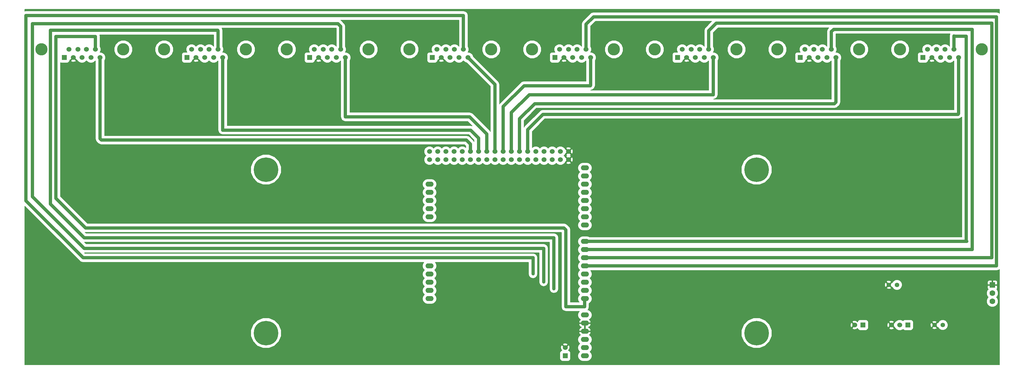
<source format=gbl>
G04 (created by PCBNEW (2013-07-07 BZR 4022)-stable) date 9/29/2015 10:07:16 AM*
%MOIN*%
G04 Gerber Fmt 3.4, Leading zero omitted, Abs format*
%FSLAX34Y34*%
G01*
G70*
G90*
G04 APERTURE LIST*
%ADD10C,0.00590551*%
%ADD11O,0.1X0.06*%
%ADD12C,0.06*%
%ADD13C,0.3*%
%ADD14C,0.07*%
%ADD15R,0.07X0.07*%
%ADD16R,0.06X0.06*%
%ADD17C,0.15*%
%ADD18C,0.055*%
%ADD19C,0.035*%
%ADD20C,0.04*%
%ADD21C,0.00787402*%
G04 APERTURE END LIST*
G54D10*
G54D11*
X72500Y-50000D03*
X72500Y-49000D03*
X72500Y-48000D03*
X72500Y-47000D03*
X72500Y-46000D03*
X91500Y-44000D03*
X91500Y-45000D03*
X91500Y-46000D03*
X91500Y-47000D03*
X91500Y-51000D03*
X91500Y-53000D03*
X91500Y-54000D03*
X91500Y-50000D03*
X91500Y-49000D03*
X91500Y-48000D03*
X91500Y-55000D03*
X91500Y-56000D03*
X91500Y-57000D03*
X91500Y-60000D03*
X91500Y-59000D03*
X91500Y-58000D03*
X91500Y-62000D03*
X91500Y-63000D03*
X91500Y-64000D03*
X91500Y-66000D03*
X91500Y-67000D03*
X72500Y-56000D03*
X72500Y-57000D03*
X72500Y-58000D03*
X72500Y-59000D03*
X72500Y-60000D03*
X91500Y-65000D03*
G54D12*
X73500Y-43000D03*
X73500Y-42000D03*
X74500Y-43000D03*
X74500Y-42000D03*
X75500Y-43000D03*
X75500Y-42000D03*
X76500Y-43000D03*
X76500Y-42000D03*
X72500Y-43000D03*
X72500Y-42000D03*
X77500Y-42000D03*
X77500Y-43000D03*
X78500Y-43000D03*
X78500Y-42000D03*
X79500Y-43000D03*
X79500Y-42000D03*
X80500Y-43000D03*
X80500Y-42000D03*
X81500Y-43000D03*
X81500Y-42000D03*
X82500Y-43000D03*
X82500Y-42000D03*
X83500Y-43000D03*
X83500Y-42000D03*
X84500Y-43000D03*
X84500Y-42000D03*
X85500Y-43000D03*
X85500Y-42000D03*
X86500Y-43000D03*
X86500Y-42000D03*
X87500Y-43000D03*
X87500Y-42000D03*
X88500Y-43000D03*
X88500Y-42000D03*
X89500Y-43000D03*
X89500Y-42000D03*
G54D13*
X52500Y-64210D03*
X112500Y-64210D03*
X112500Y-44210D03*
X52500Y-44210D03*
G54D14*
X141338Y-60330D03*
X141338Y-59330D03*
G54D15*
X141338Y-58330D03*
G54D16*
X125500Y-63228D03*
G54D12*
X124500Y-63228D03*
G54D16*
X89094Y-66996D03*
G54D12*
X89094Y-65996D03*
G54D17*
X35050Y-29500D03*
X25050Y-29500D03*
G54D16*
X27850Y-30500D03*
G54D12*
X28950Y-30500D03*
X30000Y-30500D03*
X31100Y-30500D03*
X32200Y-30500D03*
X28400Y-29500D03*
X29500Y-29500D03*
X30550Y-29500D03*
X31650Y-29500D03*
G54D17*
X95050Y-29500D03*
X85050Y-29500D03*
G54D16*
X87850Y-30500D03*
G54D12*
X88950Y-30500D03*
X90000Y-30500D03*
X91100Y-30500D03*
X92200Y-30500D03*
X88400Y-29500D03*
X89500Y-29500D03*
X90550Y-29500D03*
X91650Y-29500D03*
G54D17*
X50050Y-29500D03*
X40050Y-29500D03*
G54D16*
X42850Y-30500D03*
G54D12*
X43950Y-30500D03*
X45000Y-30500D03*
X46100Y-30500D03*
X47200Y-30500D03*
X43400Y-29500D03*
X44500Y-29500D03*
X45550Y-29500D03*
X46650Y-29500D03*
G54D17*
X110050Y-29500D03*
X100050Y-29500D03*
G54D16*
X102850Y-30500D03*
G54D12*
X103950Y-30500D03*
X105000Y-30500D03*
X106100Y-30500D03*
X107200Y-30500D03*
X103400Y-29500D03*
X104500Y-29500D03*
X105550Y-29500D03*
X106650Y-29500D03*
G54D17*
X65050Y-29500D03*
X55050Y-29500D03*
G54D16*
X57850Y-30500D03*
G54D12*
X58950Y-30500D03*
X60000Y-30500D03*
X61100Y-30500D03*
X62200Y-30500D03*
X58400Y-29500D03*
X59500Y-29500D03*
X60550Y-29500D03*
X61650Y-29500D03*
G54D17*
X125050Y-29500D03*
X115050Y-29500D03*
G54D16*
X117850Y-30500D03*
G54D12*
X118950Y-30500D03*
X120000Y-30500D03*
X121100Y-30500D03*
X122200Y-30500D03*
X118400Y-29500D03*
X119500Y-29500D03*
X120550Y-29500D03*
X121650Y-29500D03*
G54D17*
X80050Y-29500D03*
X70050Y-29500D03*
G54D16*
X72850Y-30500D03*
G54D12*
X73950Y-30500D03*
X75000Y-30500D03*
X76100Y-30500D03*
X77200Y-30500D03*
X73400Y-29500D03*
X74500Y-29500D03*
X75550Y-29500D03*
X76650Y-29500D03*
G54D17*
X140050Y-29500D03*
X130050Y-29500D03*
G54D16*
X132850Y-30500D03*
G54D12*
X133950Y-30500D03*
X135000Y-30500D03*
X136100Y-30500D03*
X137200Y-30500D03*
X133400Y-29500D03*
X134500Y-29500D03*
X135550Y-29500D03*
X136650Y-29500D03*
G54D18*
X134263Y-63228D03*
X135263Y-63228D03*
X129673Y-58307D03*
X128673Y-58307D03*
G54D16*
X131000Y-63228D03*
G54D12*
X130000Y-63228D03*
X129000Y-63228D03*
G54D19*
X127598Y-31929D03*
X112519Y-31929D03*
X97440Y-31929D03*
X82362Y-31968D03*
X67440Y-32007D03*
X52480Y-32047D03*
X38307Y-32086D03*
X87716Y-58779D03*
X86456Y-57952D03*
X85157Y-56968D03*
G54D20*
X77500Y-42000D02*
X77500Y-41082D01*
X32200Y-40428D02*
X32200Y-30500D01*
X32362Y-40590D02*
X32200Y-40428D01*
X77007Y-40590D02*
X32362Y-40590D01*
X77500Y-41082D02*
X77007Y-40590D01*
X78500Y-42000D02*
X78500Y-40350D01*
X47200Y-39365D02*
X47200Y-30500D01*
X47204Y-39370D02*
X47200Y-39365D01*
X77519Y-39370D02*
X47204Y-39370D01*
X78500Y-40350D02*
X77519Y-39370D01*
X62200Y-30500D02*
X62200Y-37751D01*
X79500Y-39854D02*
X79500Y-42000D01*
X77401Y-37755D02*
X79500Y-39854D01*
X62204Y-37755D02*
X77401Y-37755D01*
X62200Y-37751D02*
X62204Y-37755D01*
X80500Y-42000D02*
X80500Y-33800D01*
X80500Y-33800D02*
X77200Y-30500D01*
X92200Y-30500D02*
X92200Y-33892D01*
X81500Y-36492D02*
X81500Y-42000D01*
X84055Y-33937D02*
X81500Y-36492D01*
X92155Y-33937D02*
X84055Y-33937D01*
X92200Y-33892D02*
X92155Y-33937D01*
X82500Y-42000D02*
X82500Y-37224D01*
X107200Y-35034D02*
X107200Y-30500D01*
X107204Y-35039D02*
X107200Y-35034D01*
X84685Y-35039D02*
X107204Y-35039D01*
X82500Y-37224D02*
X84685Y-35039D01*
X83500Y-42000D02*
X83500Y-37996D01*
X122200Y-35949D02*
X122200Y-30500D01*
X122007Y-36141D02*
X122200Y-35949D01*
X85354Y-36141D02*
X122007Y-36141D01*
X83500Y-37996D02*
X85354Y-36141D01*
X84500Y-42000D02*
X84500Y-39318D01*
X137200Y-37366D02*
X137200Y-30500D01*
X137125Y-37440D02*
X137200Y-37366D01*
X86377Y-37440D02*
X137125Y-37440D01*
X84500Y-39318D02*
X86377Y-37440D01*
X30433Y-51338D02*
X88937Y-51338D01*
X89173Y-51574D02*
X89173Y-60984D01*
X88937Y-51338D02*
X89173Y-51574D01*
X91456Y-60984D02*
X91456Y-60043D01*
X91456Y-60984D02*
X89173Y-60984D01*
X91456Y-60043D02*
X91500Y-60000D01*
X26811Y-27913D02*
X26811Y-47716D01*
X26811Y-47716D02*
X26850Y-47755D01*
X31650Y-27916D02*
X31646Y-27913D01*
X31646Y-27913D02*
X26811Y-27913D01*
X31650Y-29500D02*
X31650Y-27916D01*
X26850Y-47755D02*
X30433Y-51338D01*
X30255Y-52539D02*
X87696Y-52539D01*
X87716Y-52559D02*
X87716Y-58779D01*
X87696Y-52539D02*
X87716Y-52559D01*
X26141Y-27165D02*
X26141Y-48425D01*
X26141Y-48425D02*
X30255Y-52539D01*
X46650Y-29500D02*
X46650Y-27208D01*
X46607Y-27165D02*
X26141Y-27165D01*
X46650Y-27208D02*
X46607Y-27165D01*
X30255Y-53838D02*
X86437Y-53838D01*
X86456Y-53858D02*
X86456Y-57952D01*
X86437Y-53838D02*
X86456Y-53858D01*
X23937Y-26338D02*
X23937Y-47519D01*
X23937Y-47519D02*
X30255Y-53838D01*
X61650Y-29500D02*
X61650Y-26696D01*
X61292Y-26338D02*
X23937Y-26338D01*
X61650Y-26696D02*
X61292Y-26338D01*
X30118Y-55000D02*
X85157Y-55000D01*
X85157Y-55000D02*
X85157Y-56968D01*
X23149Y-25354D02*
X23149Y-48031D01*
X76650Y-25357D02*
X76646Y-25354D01*
X76646Y-25354D02*
X23149Y-25354D01*
X76650Y-29500D02*
X76650Y-25357D01*
X23149Y-48031D02*
X30118Y-55000D01*
X141850Y-25511D02*
X141850Y-56000D01*
X91500Y-56000D02*
X141850Y-56000D01*
X91650Y-26420D02*
X92559Y-25511D01*
X92559Y-25511D02*
X141850Y-25511D01*
X91650Y-26420D02*
X91650Y-29500D01*
X141259Y-26299D02*
X141259Y-55000D01*
X91500Y-55000D02*
X141259Y-55000D01*
X106650Y-27208D02*
X107559Y-26299D01*
X107559Y-26299D02*
X141259Y-26299D01*
X106650Y-27208D02*
X106650Y-29500D01*
X138858Y-27047D02*
X138858Y-54000D01*
X91500Y-54000D02*
X138858Y-54000D01*
X121650Y-27326D02*
X121929Y-27047D01*
X121929Y-27047D02*
X138858Y-27047D01*
X121650Y-27326D02*
X121650Y-29500D01*
X138149Y-27874D02*
X138149Y-53000D01*
X138149Y-53000D02*
X138188Y-53000D01*
X91500Y-53000D02*
X138188Y-53000D01*
X136650Y-27838D02*
X136685Y-27874D01*
X136685Y-27874D02*
X138149Y-27874D01*
X136650Y-27838D02*
X136650Y-29500D01*
G54D10*
G36*
X77716Y-38854D02*
X77519Y-38815D01*
X59251Y-38815D01*
X59251Y-30886D01*
X58950Y-30585D01*
X58648Y-30886D01*
X58677Y-30977D01*
X58881Y-31045D01*
X59095Y-31030D01*
X59222Y-30977D01*
X59251Y-30886D01*
X59251Y-38815D01*
X56154Y-38815D01*
X56154Y-29281D01*
X55986Y-28875D01*
X55676Y-28564D01*
X55270Y-28395D01*
X54831Y-28395D01*
X54425Y-28563D01*
X54114Y-28873D01*
X53945Y-29279D01*
X53945Y-29718D01*
X54113Y-30124D01*
X54423Y-30435D01*
X54829Y-30604D01*
X55268Y-30604D01*
X55674Y-30436D01*
X55985Y-30126D01*
X56154Y-29720D01*
X56154Y-29281D01*
X56154Y-38815D01*
X51154Y-38815D01*
X51154Y-29281D01*
X50986Y-28875D01*
X50676Y-28564D01*
X50270Y-28395D01*
X49831Y-28395D01*
X49425Y-28563D01*
X49114Y-28873D01*
X48945Y-29279D01*
X48945Y-29718D01*
X49113Y-30124D01*
X49423Y-30435D01*
X49829Y-30604D01*
X50268Y-30604D01*
X50674Y-30436D01*
X50985Y-30126D01*
X51154Y-29720D01*
X51154Y-29281D01*
X51154Y-38815D01*
X47754Y-38815D01*
X47754Y-30871D01*
X47754Y-30871D01*
X47854Y-30630D01*
X47854Y-30370D01*
X47755Y-30129D01*
X47571Y-29945D01*
X47330Y-29845D01*
X47214Y-29845D01*
X47304Y-29630D01*
X47304Y-29370D01*
X47205Y-29129D01*
X47204Y-29129D01*
X47204Y-27208D01*
X47162Y-26996D01*
X47093Y-26892D01*
X61062Y-26892D01*
X61095Y-26926D01*
X61095Y-29120D01*
X60921Y-28945D01*
X60680Y-28845D01*
X60420Y-28845D01*
X60179Y-28944D01*
X60024Y-29099D01*
X59871Y-28945D01*
X59630Y-28845D01*
X59370Y-28845D01*
X59129Y-28944D01*
X58949Y-29124D01*
X58771Y-28945D01*
X58530Y-28845D01*
X58270Y-28845D01*
X58029Y-28944D01*
X57845Y-29128D01*
X57745Y-29369D01*
X57745Y-29629D01*
X57834Y-29845D01*
X57479Y-29845D01*
X57349Y-29899D01*
X57249Y-29999D01*
X57195Y-30129D01*
X57195Y-30270D01*
X57195Y-30870D01*
X57249Y-31000D01*
X57349Y-31100D01*
X57479Y-31154D01*
X57620Y-31154D01*
X58220Y-31154D01*
X58350Y-31100D01*
X58450Y-31000D01*
X58504Y-30870D01*
X58504Y-30782D01*
X58563Y-30801D01*
X58864Y-30500D01*
X58858Y-30494D01*
X58944Y-30408D01*
X58950Y-30414D01*
X58955Y-30408D01*
X59041Y-30494D01*
X59035Y-30500D01*
X59336Y-30801D01*
X59407Y-30778D01*
X59444Y-30870D01*
X59628Y-31054D01*
X59869Y-31154D01*
X60129Y-31154D01*
X60370Y-31055D01*
X60550Y-30875D01*
X60728Y-31054D01*
X60969Y-31154D01*
X61229Y-31154D01*
X61470Y-31055D01*
X61645Y-30879D01*
X61645Y-37751D01*
X61687Y-37963D01*
X61808Y-38143D01*
X61812Y-38147D01*
X61812Y-38147D01*
X61992Y-38268D01*
X61992Y-38268D01*
X62027Y-38275D01*
X62204Y-38310D01*
X77171Y-38310D01*
X77716Y-38854D01*
X77716Y-38854D01*
G37*
G54D21*
X77716Y-38854D02*
X77519Y-38815D01*
X59251Y-38815D01*
X59251Y-30886D01*
X58950Y-30585D01*
X58648Y-30886D01*
X58677Y-30977D01*
X58881Y-31045D01*
X59095Y-31030D01*
X59222Y-30977D01*
X59251Y-30886D01*
X59251Y-38815D01*
X56154Y-38815D01*
X56154Y-29281D01*
X55986Y-28875D01*
X55676Y-28564D01*
X55270Y-28395D01*
X54831Y-28395D01*
X54425Y-28563D01*
X54114Y-28873D01*
X53945Y-29279D01*
X53945Y-29718D01*
X54113Y-30124D01*
X54423Y-30435D01*
X54829Y-30604D01*
X55268Y-30604D01*
X55674Y-30436D01*
X55985Y-30126D01*
X56154Y-29720D01*
X56154Y-29281D01*
X56154Y-38815D01*
X51154Y-38815D01*
X51154Y-29281D01*
X50986Y-28875D01*
X50676Y-28564D01*
X50270Y-28395D01*
X49831Y-28395D01*
X49425Y-28563D01*
X49114Y-28873D01*
X48945Y-29279D01*
X48945Y-29718D01*
X49113Y-30124D01*
X49423Y-30435D01*
X49829Y-30604D01*
X50268Y-30604D01*
X50674Y-30436D01*
X50985Y-30126D01*
X51154Y-29720D01*
X51154Y-29281D01*
X51154Y-38815D01*
X47754Y-38815D01*
X47754Y-30871D01*
X47754Y-30871D01*
X47854Y-30630D01*
X47854Y-30370D01*
X47755Y-30129D01*
X47571Y-29945D01*
X47330Y-29845D01*
X47214Y-29845D01*
X47304Y-29630D01*
X47304Y-29370D01*
X47205Y-29129D01*
X47204Y-29129D01*
X47204Y-27208D01*
X47162Y-26996D01*
X47093Y-26892D01*
X61062Y-26892D01*
X61095Y-26926D01*
X61095Y-29120D01*
X60921Y-28945D01*
X60680Y-28845D01*
X60420Y-28845D01*
X60179Y-28944D01*
X60024Y-29099D01*
X59871Y-28945D01*
X59630Y-28845D01*
X59370Y-28845D01*
X59129Y-28944D01*
X58949Y-29124D01*
X58771Y-28945D01*
X58530Y-28845D01*
X58270Y-28845D01*
X58029Y-28944D01*
X57845Y-29128D01*
X57745Y-29369D01*
X57745Y-29629D01*
X57834Y-29845D01*
X57479Y-29845D01*
X57349Y-29899D01*
X57249Y-29999D01*
X57195Y-30129D01*
X57195Y-30270D01*
X57195Y-30870D01*
X57249Y-31000D01*
X57349Y-31100D01*
X57479Y-31154D01*
X57620Y-31154D01*
X58220Y-31154D01*
X58350Y-31100D01*
X58450Y-31000D01*
X58504Y-30870D01*
X58504Y-30782D01*
X58563Y-30801D01*
X58864Y-30500D01*
X58858Y-30494D01*
X58944Y-30408D01*
X58950Y-30414D01*
X58955Y-30408D01*
X59041Y-30494D01*
X59035Y-30500D01*
X59336Y-30801D01*
X59407Y-30778D01*
X59444Y-30870D01*
X59628Y-31054D01*
X59869Y-31154D01*
X60129Y-31154D01*
X60370Y-31055D01*
X60550Y-30875D01*
X60728Y-31054D01*
X60969Y-31154D01*
X61229Y-31154D01*
X61470Y-31055D01*
X61645Y-30879D01*
X61645Y-37751D01*
X61687Y-37963D01*
X61808Y-38143D01*
X61812Y-38147D01*
X61812Y-38147D01*
X61992Y-38268D01*
X61992Y-38268D01*
X62027Y-38275D01*
X62204Y-38310D01*
X77171Y-38310D01*
X77716Y-38854D01*
G54D10*
G36*
X77945Y-40771D02*
X77891Y-40690D01*
X77891Y-40690D01*
X77399Y-40198D01*
X77220Y-40078D01*
X77007Y-40036D01*
X44251Y-40036D01*
X44251Y-30886D01*
X43950Y-30585D01*
X43648Y-30886D01*
X43677Y-30977D01*
X43881Y-31045D01*
X44095Y-31030D01*
X44222Y-30977D01*
X44251Y-30886D01*
X44251Y-40036D01*
X41154Y-40036D01*
X41154Y-29281D01*
X40986Y-28875D01*
X40676Y-28564D01*
X40270Y-28395D01*
X39831Y-28395D01*
X39425Y-28563D01*
X39114Y-28873D01*
X38945Y-29279D01*
X38945Y-29718D01*
X39113Y-30124D01*
X39423Y-30435D01*
X39829Y-30604D01*
X40268Y-30604D01*
X40674Y-30436D01*
X40985Y-30126D01*
X41154Y-29720D01*
X41154Y-29281D01*
X41154Y-40036D01*
X36154Y-40036D01*
X36154Y-29281D01*
X35986Y-28875D01*
X35676Y-28564D01*
X35270Y-28395D01*
X34831Y-28395D01*
X34425Y-28563D01*
X34114Y-28873D01*
X33945Y-29279D01*
X33945Y-29718D01*
X34113Y-30124D01*
X34423Y-30435D01*
X34829Y-30604D01*
X35268Y-30604D01*
X35674Y-30436D01*
X35985Y-30126D01*
X36154Y-29720D01*
X36154Y-29281D01*
X36154Y-40036D01*
X32754Y-40036D01*
X32754Y-30871D01*
X32754Y-30871D01*
X32854Y-30630D01*
X32854Y-30370D01*
X32755Y-30129D01*
X32571Y-29945D01*
X32330Y-29845D01*
X32214Y-29845D01*
X32304Y-29630D01*
X32304Y-29370D01*
X32205Y-29129D01*
X32204Y-29129D01*
X32204Y-27916D01*
X32204Y-27916D01*
X32165Y-27719D01*
X46095Y-27719D01*
X46095Y-29120D01*
X45921Y-28945D01*
X45680Y-28845D01*
X45420Y-28845D01*
X45179Y-28944D01*
X45024Y-29099D01*
X44871Y-28945D01*
X44630Y-28845D01*
X44370Y-28845D01*
X44129Y-28944D01*
X43949Y-29124D01*
X43771Y-28945D01*
X43530Y-28845D01*
X43270Y-28845D01*
X43029Y-28944D01*
X42845Y-29128D01*
X42745Y-29369D01*
X42745Y-29629D01*
X42834Y-29845D01*
X42479Y-29845D01*
X42349Y-29899D01*
X42249Y-29999D01*
X42195Y-30129D01*
X42195Y-30270D01*
X42195Y-30870D01*
X42249Y-31000D01*
X42349Y-31100D01*
X42479Y-31154D01*
X42620Y-31154D01*
X43220Y-31154D01*
X43350Y-31100D01*
X43450Y-31000D01*
X43504Y-30870D01*
X43504Y-30782D01*
X43563Y-30801D01*
X43864Y-30500D01*
X43858Y-30494D01*
X43944Y-30408D01*
X43950Y-30414D01*
X43955Y-30408D01*
X44041Y-30494D01*
X44035Y-30500D01*
X44336Y-30801D01*
X44407Y-30778D01*
X44444Y-30870D01*
X44628Y-31054D01*
X44869Y-31154D01*
X45129Y-31154D01*
X45370Y-31055D01*
X45550Y-30875D01*
X45728Y-31054D01*
X45969Y-31154D01*
X46229Y-31154D01*
X46470Y-31055D01*
X46645Y-30879D01*
X46645Y-39365D01*
X46687Y-39577D01*
X46808Y-39757D01*
X46812Y-39762D01*
X46812Y-39762D01*
X46992Y-39882D01*
X46992Y-39882D01*
X47027Y-39889D01*
X47204Y-39924D01*
X77290Y-39924D01*
X77945Y-40580D01*
X77945Y-40771D01*
X77945Y-40771D01*
G37*
G54D21*
X77945Y-40771D02*
X77891Y-40690D01*
X77891Y-40690D01*
X77399Y-40198D01*
X77220Y-40078D01*
X77007Y-40036D01*
X44251Y-40036D01*
X44251Y-30886D01*
X43950Y-30585D01*
X43648Y-30886D01*
X43677Y-30977D01*
X43881Y-31045D01*
X44095Y-31030D01*
X44222Y-30977D01*
X44251Y-30886D01*
X44251Y-40036D01*
X41154Y-40036D01*
X41154Y-29281D01*
X40986Y-28875D01*
X40676Y-28564D01*
X40270Y-28395D01*
X39831Y-28395D01*
X39425Y-28563D01*
X39114Y-28873D01*
X38945Y-29279D01*
X38945Y-29718D01*
X39113Y-30124D01*
X39423Y-30435D01*
X39829Y-30604D01*
X40268Y-30604D01*
X40674Y-30436D01*
X40985Y-30126D01*
X41154Y-29720D01*
X41154Y-29281D01*
X41154Y-40036D01*
X36154Y-40036D01*
X36154Y-29281D01*
X35986Y-28875D01*
X35676Y-28564D01*
X35270Y-28395D01*
X34831Y-28395D01*
X34425Y-28563D01*
X34114Y-28873D01*
X33945Y-29279D01*
X33945Y-29718D01*
X34113Y-30124D01*
X34423Y-30435D01*
X34829Y-30604D01*
X35268Y-30604D01*
X35674Y-30436D01*
X35985Y-30126D01*
X36154Y-29720D01*
X36154Y-29281D01*
X36154Y-40036D01*
X32754Y-40036D01*
X32754Y-30871D01*
X32754Y-30871D01*
X32854Y-30630D01*
X32854Y-30370D01*
X32755Y-30129D01*
X32571Y-29945D01*
X32330Y-29845D01*
X32214Y-29845D01*
X32304Y-29630D01*
X32304Y-29370D01*
X32205Y-29129D01*
X32204Y-29129D01*
X32204Y-27916D01*
X32204Y-27916D01*
X32165Y-27719D01*
X46095Y-27719D01*
X46095Y-29120D01*
X45921Y-28945D01*
X45680Y-28845D01*
X45420Y-28845D01*
X45179Y-28944D01*
X45024Y-29099D01*
X44871Y-28945D01*
X44630Y-28845D01*
X44370Y-28845D01*
X44129Y-28944D01*
X43949Y-29124D01*
X43771Y-28945D01*
X43530Y-28845D01*
X43270Y-28845D01*
X43029Y-28944D01*
X42845Y-29128D01*
X42745Y-29369D01*
X42745Y-29629D01*
X42834Y-29845D01*
X42479Y-29845D01*
X42349Y-29899D01*
X42249Y-29999D01*
X42195Y-30129D01*
X42195Y-30270D01*
X42195Y-30870D01*
X42249Y-31000D01*
X42349Y-31100D01*
X42479Y-31154D01*
X42620Y-31154D01*
X43220Y-31154D01*
X43350Y-31100D01*
X43450Y-31000D01*
X43504Y-30870D01*
X43504Y-30782D01*
X43563Y-30801D01*
X43864Y-30500D01*
X43858Y-30494D01*
X43944Y-30408D01*
X43950Y-30414D01*
X43955Y-30408D01*
X44041Y-30494D01*
X44035Y-30500D01*
X44336Y-30801D01*
X44407Y-30778D01*
X44444Y-30870D01*
X44628Y-31054D01*
X44869Y-31154D01*
X45129Y-31154D01*
X45370Y-31055D01*
X45550Y-30875D01*
X45728Y-31054D01*
X45969Y-31154D01*
X46229Y-31154D01*
X46470Y-31055D01*
X46645Y-30879D01*
X46645Y-39365D01*
X46687Y-39577D01*
X46808Y-39757D01*
X46812Y-39762D01*
X46812Y-39762D01*
X46992Y-39882D01*
X46992Y-39882D01*
X47027Y-39889D01*
X47204Y-39924D01*
X77290Y-39924D01*
X77945Y-40580D01*
X77945Y-40771D01*
G54D10*
G36*
X79945Y-39542D02*
X79891Y-39462D01*
X79891Y-39462D01*
X77793Y-37363D01*
X77613Y-37243D01*
X77401Y-37201D01*
X74251Y-37201D01*
X74251Y-30886D01*
X73950Y-30585D01*
X73648Y-30886D01*
X73677Y-30977D01*
X73881Y-31045D01*
X74095Y-31030D01*
X74222Y-30977D01*
X74251Y-30886D01*
X74251Y-37201D01*
X71154Y-37201D01*
X71154Y-29281D01*
X70986Y-28875D01*
X70676Y-28564D01*
X70270Y-28395D01*
X69831Y-28395D01*
X69425Y-28563D01*
X69114Y-28873D01*
X68945Y-29279D01*
X68945Y-29718D01*
X69113Y-30124D01*
X69423Y-30435D01*
X69829Y-30604D01*
X70268Y-30604D01*
X70674Y-30436D01*
X70985Y-30126D01*
X71154Y-29720D01*
X71154Y-29281D01*
X71154Y-37201D01*
X66154Y-37201D01*
X66154Y-29281D01*
X65986Y-28875D01*
X65676Y-28564D01*
X65270Y-28395D01*
X64831Y-28395D01*
X64425Y-28563D01*
X64114Y-28873D01*
X63945Y-29279D01*
X63945Y-29718D01*
X64113Y-30124D01*
X64423Y-30435D01*
X64829Y-30604D01*
X65268Y-30604D01*
X65674Y-30436D01*
X65985Y-30126D01*
X66154Y-29720D01*
X66154Y-29281D01*
X66154Y-37201D01*
X62754Y-37201D01*
X62754Y-30871D01*
X62754Y-30871D01*
X62854Y-30630D01*
X62854Y-30370D01*
X62755Y-30129D01*
X62571Y-29945D01*
X62330Y-29845D01*
X62214Y-29845D01*
X62304Y-29630D01*
X62304Y-29370D01*
X62205Y-29129D01*
X62204Y-29129D01*
X62204Y-26696D01*
X62162Y-26484D01*
X62041Y-26304D01*
X61684Y-25946D01*
X61627Y-25908D01*
X76095Y-25908D01*
X76095Y-29120D01*
X75921Y-28945D01*
X75680Y-28845D01*
X75420Y-28845D01*
X75179Y-28944D01*
X75024Y-29099D01*
X74871Y-28945D01*
X74630Y-28845D01*
X74370Y-28845D01*
X74129Y-28944D01*
X73949Y-29124D01*
X73771Y-28945D01*
X73530Y-28845D01*
X73270Y-28845D01*
X73029Y-28944D01*
X72845Y-29128D01*
X72745Y-29369D01*
X72745Y-29629D01*
X72834Y-29845D01*
X72479Y-29845D01*
X72349Y-29899D01*
X72249Y-29999D01*
X72195Y-30129D01*
X72195Y-30270D01*
X72195Y-30870D01*
X72249Y-31000D01*
X72349Y-31100D01*
X72479Y-31154D01*
X72620Y-31154D01*
X73220Y-31154D01*
X73350Y-31100D01*
X73450Y-31000D01*
X73504Y-30870D01*
X73504Y-30782D01*
X73563Y-30801D01*
X73864Y-30500D01*
X73858Y-30494D01*
X73944Y-30408D01*
X73950Y-30414D01*
X73955Y-30408D01*
X74041Y-30494D01*
X74035Y-30500D01*
X74336Y-30801D01*
X74407Y-30778D01*
X74444Y-30870D01*
X74628Y-31054D01*
X74869Y-31154D01*
X75129Y-31154D01*
X75370Y-31055D01*
X75550Y-30875D01*
X75728Y-31054D01*
X75969Y-31154D01*
X76229Y-31154D01*
X76470Y-31055D01*
X76650Y-30875D01*
X76828Y-31054D01*
X77069Y-31154D01*
X77070Y-31154D01*
X79945Y-34029D01*
X79945Y-39542D01*
X79945Y-39542D01*
G37*
G54D21*
X79945Y-39542D02*
X79891Y-39462D01*
X79891Y-39462D01*
X77793Y-37363D01*
X77613Y-37243D01*
X77401Y-37201D01*
X74251Y-37201D01*
X74251Y-30886D01*
X73950Y-30585D01*
X73648Y-30886D01*
X73677Y-30977D01*
X73881Y-31045D01*
X74095Y-31030D01*
X74222Y-30977D01*
X74251Y-30886D01*
X74251Y-37201D01*
X71154Y-37201D01*
X71154Y-29281D01*
X70986Y-28875D01*
X70676Y-28564D01*
X70270Y-28395D01*
X69831Y-28395D01*
X69425Y-28563D01*
X69114Y-28873D01*
X68945Y-29279D01*
X68945Y-29718D01*
X69113Y-30124D01*
X69423Y-30435D01*
X69829Y-30604D01*
X70268Y-30604D01*
X70674Y-30436D01*
X70985Y-30126D01*
X71154Y-29720D01*
X71154Y-29281D01*
X71154Y-37201D01*
X66154Y-37201D01*
X66154Y-29281D01*
X65986Y-28875D01*
X65676Y-28564D01*
X65270Y-28395D01*
X64831Y-28395D01*
X64425Y-28563D01*
X64114Y-28873D01*
X63945Y-29279D01*
X63945Y-29718D01*
X64113Y-30124D01*
X64423Y-30435D01*
X64829Y-30604D01*
X65268Y-30604D01*
X65674Y-30436D01*
X65985Y-30126D01*
X66154Y-29720D01*
X66154Y-29281D01*
X66154Y-37201D01*
X62754Y-37201D01*
X62754Y-30871D01*
X62754Y-30871D01*
X62854Y-30630D01*
X62854Y-30370D01*
X62755Y-30129D01*
X62571Y-29945D01*
X62330Y-29845D01*
X62214Y-29845D01*
X62304Y-29630D01*
X62304Y-29370D01*
X62205Y-29129D01*
X62204Y-29129D01*
X62204Y-26696D01*
X62162Y-26484D01*
X62041Y-26304D01*
X61684Y-25946D01*
X61627Y-25908D01*
X76095Y-25908D01*
X76095Y-29120D01*
X75921Y-28945D01*
X75680Y-28845D01*
X75420Y-28845D01*
X75179Y-28944D01*
X75024Y-29099D01*
X74871Y-28945D01*
X74630Y-28845D01*
X74370Y-28845D01*
X74129Y-28944D01*
X73949Y-29124D01*
X73771Y-28945D01*
X73530Y-28845D01*
X73270Y-28845D01*
X73029Y-28944D01*
X72845Y-29128D01*
X72745Y-29369D01*
X72745Y-29629D01*
X72834Y-29845D01*
X72479Y-29845D01*
X72349Y-29899D01*
X72249Y-29999D01*
X72195Y-30129D01*
X72195Y-30270D01*
X72195Y-30870D01*
X72249Y-31000D01*
X72349Y-31100D01*
X72479Y-31154D01*
X72620Y-31154D01*
X73220Y-31154D01*
X73350Y-31100D01*
X73450Y-31000D01*
X73504Y-30870D01*
X73504Y-30782D01*
X73563Y-30801D01*
X73864Y-30500D01*
X73858Y-30494D01*
X73944Y-30408D01*
X73950Y-30414D01*
X73955Y-30408D01*
X74041Y-30494D01*
X74035Y-30500D01*
X74336Y-30801D01*
X74407Y-30778D01*
X74444Y-30870D01*
X74628Y-31054D01*
X74869Y-31154D01*
X75129Y-31154D01*
X75370Y-31055D01*
X75550Y-30875D01*
X75728Y-31054D01*
X75969Y-31154D01*
X76229Y-31154D01*
X76470Y-31055D01*
X76650Y-30875D01*
X76828Y-31054D01*
X77069Y-31154D01*
X77070Y-31154D01*
X79945Y-34029D01*
X79945Y-39542D01*
G54D10*
G36*
X107008Y-26066D02*
X106258Y-26816D01*
X106137Y-26996D01*
X106095Y-27208D01*
X106095Y-29120D01*
X105921Y-28945D01*
X105680Y-28845D01*
X105420Y-28845D01*
X105179Y-28944D01*
X105024Y-29099D01*
X104871Y-28945D01*
X104630Y-28845D01*
X104370Y-28845D01*
X104129Y-28944D01*
X103949Y-29124D01*
X103771Y-28945D01*
X103530Y-28845D01*
X103270Y-28845D01*
X103029Y-28944D01*
X102845Y-29128D01*
X102745Y-29369D01*
X102745Y-29629D01*
X102834Y-29845D01*
X102479Y-29845D01*
X102349Y-29899D01*
X102249Y-29999D01*
X102195Y-30129D01*
X102195Y-30270D01*
X102195Y-30870D01*
X102249Y-31000D01*
X102349Y-31100D01*
X102479Y-31154D01*
X102620Y-31154D01*
X103220Y-31154D01*
X103350Y-31100D01*
X103450Y-31000D01*
X103504Y-30870D01*
X103504Y-30782D01*
X103563Y-30801D01*
X103864Y-30500D01*
X103858Y-30494D01*
X103944Y-30408D01*
X103950Y-30414D01*
X103955Y-30408D01*
X104041Y-30494D01*
X104035Y-30500D01*
X104336Y-30801D01*
X104407Y-30778D01*
X104444Y-30870D01*
X104628Y-31054D01*
X104869Y-31154D01*
X105129Y-31154D01*
X105370Y-31055D01*
X105550Y-30875D01*
X105728Y-31054D01*
X105969Y-31154D01*
X106229Y-31154D01*
X106470Y-31055D01*
X106645Y-30879D01*
X106645Y-34485D01*
X104251Y-34485D01*
X104251Y-30886D01*
X103950Y-30585D01*
X103648Y-30886D01*
X103677Y-30977D01*
X103881Y-31045D01*
X104095Y-31030D01*
X104222Y-30977D01*
X104251Y-30886D01*
X104251Y-34485D01*
X101154Y-34485D01*
X101154Y-29281D01*
X100986Y-28875D01*
X100676Y-28564D01*
X100270Y-28395D01*
X99831Y-28395D01*
X99425Y-28563D01*
X99114Y-28873D01*
X98945Y-29279D01*
X98945Y-29718D01*
X99113Y-30124D01*
X99423Y-30435D01*
X99829Y-30604D01*
X100268Y-30604D01*
X100674Y-30436D01*
X100985Y-30126D01*
X101154Y-29720D01*
X101154Y-29281D01*
X101154Y-34485D01*
X96154Y-34485D01*
X96154Y-29281D01*
X95986Y-28875D01*
X95676Y-28564D01*
X95270Y-28395D01*
X94831Y-28395D01*
X94425Y-28563D01*
X94114Y-28873D01*
X93945Y-29279D01*
X93945Y-29718D01*
X94113Y-30124D01*
X94423Y-30435D01*
X94829Y-30604D01*
X95268Y-30604D01*
X95674Y-30436D01*
X95985Y-30126D01*
X96154Y-29720D01*
X96154Y-29281D01*
X96154Y-34485D01*
X92187Y-34485D01*
X92368Y-34449D01*
X92547Y-34328D01*
X92591Y-34284D01*
X92591Y-34284D01*
X92672Y-34164D01*
X92712Y-34105D01*
X92712Y-34105D01*
X92754Y-33892D01*
X92754Y-33892D01*
X92754Y-30871D01*
X92754Y-30871D01*
X92854Y-30630D01*
X92854Y-30370D01*
X92755Y-30129D01*
X92571Y-29945D01*
X92330Y-29845D01*
X92214Y-29845D01*
X92304Y-29630D01*
X92304Y-29370D01*
X92205Y-29129D01*
X92204Y-29129D01*
X92204Y-26650D01*
X92788Y-26066D01*
X107008Y-26066D01*
X107008Y-26066D01*
G37*
G54D21*
X107008Y-26066D02*
X106258Y-26816D01*
X106137Y-26996D01*
X106095Y-27208D01*
X106095Y-29120D01*
X105921Y-28945D01*
X105680Y-28845D01*
X105420Y-28845D01*
X105179Y-28944D01*
X105024Y-29099D01*
X104871Y-28945D01*
X104630Y-28845D01*
X104370Y-28845D01*
X104129Y-28944D01*
X103949Y-29124D01*
X103771Y-28945D01*
X103530Y-28845D01*
X103270Y-28845D01*
X103029Y-28944D01*
X102845Y-29128D01*
X102745Y-29369D01*
X102745Y-29629D01*
X102834Y-29845D01*
X102479Y-29845D01*
X102349Y-29899D01*
X102249Y-29999D01*
X102195Y-30129D01*
X102195Y-30270D01*
X102195Y-30870D01*
X102249Y-31000D01*
X102349Y-31100D01*
X102479Y-31154D01*
X102620Y-31154D01*
X103220Y-31154D01*
X103350Y-31100D01*
X103450Y-31000D01*
X103504Y-30870D01*
X103504Y-30782D01*
X103563Y-30801D01*
X103864Y-30500D01*
X103858Y-30494D01*
X103944Y-30408D01*
X103950Y-30414D01*
X103955Y-30408D01*
X104041Y-30494D01*
X104035Y-30500D01*
X104336Y-30801D01*
X104407Y-30778D01*
X104444Y-30870D01*
X104628Y-31054D01*
X104869Y-31154D01*
X105129Y-31154D01*
X105370Y-31055D01*
X105550Y-30875D01*
X105728Y-31054D01*
X105969Y-31154D01*
X106229Y-31154D01*
X106470Y-31055D01*
X106645Y-30879D01*
X106645Y-34485D01*
X104251Y-34485D01*
X104251Y-30886D01*
X103950Y-30585D01*
X103648Y-30886D01*
X103677Y-30977D01*
X103881Y-31045D01*
X104095Y-31030D01*
X104222Y-30977D01*
X104251Y-30886D01*
X104251Y-34485D01*
X101154Y-34485D01*
X101154Y-29281D01*
X100986Y-28875D01*
X100676Y-28564D01*
X100270Y-28395D01*
X99831Y-28395D01*
X99425Y-28563D01*
X99114Y-28873D01*
X98945Y-29279D01*
X98945Y-29718D01*
X99113Y-30124D01*
X99423Y-30435D01*
X99829Y-30604D01*
X100268Y-30604D01*
X100674Y-30436D01*
X100985Y-30126D01*
X101154Y-29720D01*
X101154Y-29281D01*
X101154Y-34485D01*
X96154Y-34485D01*
X96154Y-29281D01*
X95986Y-28875D01*
X95676Y-28564D01*
X95270Y-28395D01*
X94831Y-28395D01*
X94425Y-28563D01*
X94114Y-28873D01*
X93945Y-29279D01*
X93945Y-29718D01*
X94113Y-30124D01*
X94423Y-30435D01*
X94829Y-30604D01*
X95268Y-30604D01*
X95674Y-30436D01*
X95985Y-30126D01*
X96154Y-29720D01*
X96154Y-29281D01*
X96154Y-34485D01*
X92187Y-34485D01*
X92368Y-34449D01*
X92547Y-34328D01*
X92591Y-34284D01*
X92591Y-34284D01*
X92672Y-34164D01*
X92712Y-34105D01*
X92712Y-34105D01*
X92754Y-33892D01*
X92754Y-33892D01*
X92754Y-30871D01*
X92754Y-30871D01*
X92854Y-30630D01*
X92854Y-30370D01*
X92755Y-30129D01*
X92571Y-29945D01*
X92330Y-29845D01*
X92214Y-29845D01*
X92304Y-29630D01*
X92304Y-29370D01*
X92205Y-29129D01*
X92204Y-29129D01*
X92204Y-26650D01*
X92788Y-26066D01*
X107008Y-26066D01*
G54D10*
G36*
X121645Y-35587D02*
X119251Y-35587D01*
X119251Y-30886D01*
X118950Y-30585D01*
X118648Y-30886D01*
X118677Y-30977D01*
X118881Y-31045D01*
X119095Y-31030D01*
X119222Y-30977D01*
X119251Y-30886D01*
X119251Y-35587D01*
X116154Y-35587D01*
X116154Y-29281D01*
X115986Y-28875D01*
X115676Y-28564D01*
X115270Y-28395D01*
X114831Y-28395D01*
X114425Y-28563D01*
X114114Y-28873D01*
X113945Y-29279D01*
X113945Y-29718D01*
X114113Y-30124D01*
X114423Y-30435D01*
X114829Y-30604D01*
X115268Y-30604D01*
X115674Y-30436D01*
X115985Y-30126D01*
X116154Y-29720D01*
X116154Y-29281D01*
X116154Y-35587D01*
X111154Y-35587D01*
X111154Y-29281D01*
X110986Y-28875D01*
X110676Y-28564D01*
X110270Y-28395D01*
X109831Y-28395D01*
X109425Y-28563D01*
X109114Y-28873D01*
X108945Y-29279D01*
X108945Y-29718D01*
X109113Y-30124D01*
X109423Y-30435D01*
X109829Y-30604D01*
X110268Y-30604D01*
X110674Y-30436D01*
X110985Y-30126D01*
X111154Y-29720D01*
X111154Y-29281D01*
X111154Y-35587D01*
X107236Y-35587D01*
X107416Y-35551D01*
X107596Y-35431D01*
X107716Y-35251D01*
X107759Y-35039D01*
X107759Y-35039D01*
X107754Y-35015D01*
X107754Y-35015D01*
X107754Y-30871D01*
X107754Y-30871D01*
X107854Y-30630D01*
X107854Y-30370D01*
X107755Y-30129D01*
X107571Y-29945D01*
X107330Y-29845D01*
X107214Y-29845D01*
X107304Y-29630D01*
X107304Y-29370D01*
X107205Y-29129D01*
X107204Y-29129D01*
X107204Y-27437D01*
X107788Y-26853D01*
X121338Y-26853D01*
X121258Y-26934D01*
X121137Y-27114D01*
X121095Y-27326D01*
X121095Y-29120D01*
X120921Y-28945D01*
X120680Y-28845D01*
X120420Y-28845D01*
X120179Y-28944D01*
X120024Y-29099D01*
X119871Y-28945D01*
X119630Y-28845D01*
X119370Y-28845D01*
X119129Y-28944D01*
X118949Y-29124D01*
X118771Y-28945D01*
X118530Y-28845D01*
X118270Y-28845D01*
X118029Y-28944D01*
X117845Y-29128D01*
X117745Y-29369D01*
X117745Y-29629D01*
X117834Y-29845D01*
X117479Y-29845D01*
X117349Y-29899D01*
X117249Y-29999D01*
X117195Y-30129D01*
X117195Y-30270D01*
X117195Y-30870D01*
X117249Y-31000D01*
X117349Y-31100D01*
X117479Y-31154D01*
X117620Y-31154D01*
X118220Y-31154D01*
X118350Y-31100D01*
X118450Y-31000D01*
X118504Y-30870D01*
X118504Y-30782D01*
X118563Y-30801D01*
X118864Y-30500D01*
X118858Y-30494D01*
X118944Y-30408D01*
X118950Y-30414D01*
X118955Y-30408D01*
X119041Y-30494D01*
X119035Y-30500D01*
X119336Y-30801D01*
X119407Y-30778D01*
X119444Y-30870D01*
X119628Y-31054D01*
X119869Y-31154D01*
X120129Y-31154D01*
X120370Y-31055D01*
X120550Y-30875D01*
X120728Y-31054D01*
X120969Y-31154D01*
X121229Y-31154D01*
X121470Y-31055D01*
X121645Y-30879D01*
X121645Y-35587D01*
X121645Y-35587D01*
G37*
G54D21*
X121645Y-35587D02*
X119251Y-35587D01*
X119251Y-30886D01*
X118950Y-30585D01*
X118648Y-30886D01*
X118677Y-30977D01*
X118881Y-31045D01*
X119095Y-31030D01*
X119222Y-30977D01*
X119251Y-30886D01*
X119251Y-35587D01*
X116154Y-35587D01*
X116154Y-29281D01*
X115986Y-28875D01*
X115676Y-28564D01*
X115270Y-28395D01*
X114831Y-28395D01*
X114425Y-28563D01*
X114114Y-28873D01*
X113945Y-29279D01*
X113945Y-29718D01*
X114113Y-30124D01*
X114423Y-30435D01*
X114829Y-30604D01*
X115268Y-30604D01*
X115674Y-30436D01*
X115985Y-30126D01*
X116154Y-29720D01*
X116154Y-29281D01*
X116154Y-35587D01*
X111154Y-35587D01*
X111154Y-29281D01*
X110986Y-28875D01*
X110676Y-28564D01*
X110270Y-28395D01*
X109831Y-28395D01*
X109425Y-28563D01*
X109114Y-28873D01*
X108945Y-29279D01*
X108945Y-29718D01*
X109113Y-30124D01*
X109423Y-30435D01*
X109829Y-30604D01*
X110268Y-30604D01*
X110674Y-30436D01*
X110985Y-30126D01*
X111154Y-29720D01*
X111154Y-29281D01*
X111154Y-35587D01*
X107236Y-35587D01*
X107416Y-35551D01*
X107596Y-35431D01*
X107716Y-35251D01*
X107759Y-35039D01*
X107759Y-35039D01*
X107754Y-35015D01*
X107754Y-35015D01*
X107754Y-30871D01*
X107754Y-30871D01*
X107854Y-30630D01*
X107854Y-30370D01*
X107755Y-30129D01*
X107571Y-29945D01*
X107330Y-29845D01*
X107214Y-29845D01*
X107304Y-29630D01*
X107304Y-29370D01*
X107205Y-29129D01*
X107204Y-29129D01*
X107204Y-27437D01*
X107788Y-26853D01*
X121338Y-26853D01*
X121258Y-26934D01*
X121137Y-27114D01*
X121095Y-27326D01*
X121095Y-29120D01*
X120921Y-28945D01*
X120680Y-28845D01*
X120420Y-28845D01*
X120179Y-28944D01*
X120024Y-29099D01*
X119871Y-28945D01*
X119630Y-28845D01*
X119370Y-28845D01*
X119129Y-28944D01*
X118949Y-29124D01*
X118771Y-28945D01*
X118530Y-28845D01*
X118270Y-28845D01*
X118029Y-28944D01*
X117845Y-29128D01*
X117745Y-29369D01*
X117745Y-29629D01*
X117834Y-29845D01*
X117479Y-29845D01*
X117349Y-29899D01*
X117249Y-29999D01*
X117195Y-30129D01*
X117195Y-30270D01*
X117195Y-30870D01*
X117249Y-31000D01*
X117349Y-31100D01*
X117479Y-31154D01*
X117620Y-31154D01*
X118220Y-31154D01*
X118350Y-31100D01*
X118450Y-31000D01*
X118504Y-30870D01*
X118504Y-30782D01*
X118563Y-30801D01*
X118864Y-30500D01*
X118858Y-30494D01*
X118944Y-30408D01*
X118950Y-30414D01*
X118955Y-30408D01*
X119041Y-30494D01*
X119035Y-30500D01*
X119336Y-30801D01*
X119407Y-30778D01*
X119444Y-30870D01*
X119628Y-31054D01*
X119869Y-31154D01*
X120129Y-31154D01*
X120370Y-31055D01*
X120550Y-30875D01*
X120728Y-31054D01*
X120969Y-31154D01*
X121229Y-31154D01*
X121470Y-31055D01*
X121645Y-30879D01*
X121645Y-35587D01*
G54D10*
G36*
X136645Y-36886D02*
X134251Y-36886D01*
X134251Y-30886D01*
X133950Y-30585D01*
X133648Y-30886D01*
X133677Y-30977D01*
X133881Y-31045D01*
X134095Y-31030D01*
X134222Y-30977D01*
X134251Y-30886D01*
X134251Y-36886D01*
X131154Y-36886D01*
X131154Y-29281D01*
X130986Y-28875D01*
X130676Y-28564D01*
X130270Y-28395D01*
X129831Y-28395D01*
X129425Y-28563D01*
X129114Y-28873D01*
X128945Y-29279D01*
X128945Y-29718D01*
X129113Y-30124D01*
X129423Y-30435D01*
X129829Y-30604D01*
X130268Y-30604D01*
X130674Y-30436D01*
X130985Y-30126D01*
X131154Y-29720D01*
X131154Y-29281D01*
X131154Y-36886D01*
X126154Y-36886D01*
X126154Y-29281D01*
X125986Y-28875D01*
X125676Y-28564D01*
X125270Y-28395D01*
X124831Y-28395D01*
X124425Y-28563D01*
X124114Y-28873D01*
X123945Y-29279D01*
X123945Y-29718D01*
X124113Y-30124D01*
X124423Y-30435D01*
X124829Y-30604D01*
X125268Y-30604D01*
X125674Y-30436D01*
X125985Y-30126D01*
X126154Y-29720D01*
X126154Y-29281D01*
X126154Y-36886D01*
X86377Y-36886D01*
X86165Y-36928D01*
X86106Y-36968D01*
X85985Y-37048D01*
X84108Y-38926D01*
X84054Y-39007D01*
X84054Y-38225D01*
X85583Y-36696D01*
X122007Y-36696D01*
X122220Y-36653D01*
X122399Y-36533D01*
X122591Y-36341D01*
X122591Y-36341D01*
X122712Y-36161D01*
X122754Y-35949D01*
X122754Y-35949D01*
X122754Y-30871D01*
X122754Y-30871D01*
X122854Y-30630D01*
X122854Y-30370D01*
X122755Y-30129D01*
X122571Y-29945D01*
X122330Y-29845D01*
X122214Y-29845D01*
X122304Y-29630D01*
X122304Y-29370D01*
X122205Y-29129D01*
X122204Y-29129D01*
X122204Y-27601D01*
X136154Y-27601D01*
X136137Y-27626D01*
X136095Y-27838D01*
X136095Y-29120D01*
X135921Y-28945D01*
X135680Y-28845D01*
X135420Y-28845D01*
X135179Y-28944D01*
X135024Y-29099D01*
X134871Y-28945D01*
X134630Y-28845D01*
X134370Y-28845D01*
X134129Y-28944D01*
X133949Y-29124D01*
X133771Y-28945D01*
X133530Y-28845D01*
X133270Y-28845D01*
X133029Y-28944D01*
X132845Y-29128D01*
X132745Y-29369D01*
X132745Y-29629D01*
X132834Y-29845D01*
X132479Y-29845D01*
X132349Y-29899D01*
X132249Y-29999D01*
X132195Y-30129D01*
X132195Y-30270D01*
X132195Y-30870D01*
X132249Y-31000D01*
X132349Y-31100D01*
X132479Y-31154D01*
X132620Y-31154D01*
X133220Y-31154D01*
X133350Y-31100D01*
X133450Y-31000D01*
X133504Y-30870D01*
X133504Y-30782D01*
X133563Y-30801D01*
X133864Y-30500D01*
X133858Y-30494D01*
X133944Y-30408D01*
X133950Y-30414D01*
X133955Y-30408D01*
X134041Y-30494D01*
X134035Y-30500D01*
X134336Y-30801D01*
X134407Y-30778D01*
X134444Y-30870D01*
X134628Y-31054D01*
X134869Y-31154D01*
X135129Y-31154D01*
X135370Y-31055D01*
X135550Y-30875D01*
X135728Y-31054D01*
X135969Y-31154D01*
X136229Y-31154D01*
X136470Y-31055D01*
X136645Y-30879D01*
X136645Y-36886D01*
X136645Y-36886D01*
G37*
G54D21*
X136645Y-36886D02*
X134251Y-36886D01*
X134251Y-30886D01*
X133950Y-30585D01*
X133648Y-30886D01*
X133677Y-30977D01*
X133881Y-31045D01*
X134095Y-31030D01*
X134222Y-30977D01*
X134251Y-30886D01*
X134251Y-36886D01*
X131154Y-36886D01*
X131154Y-29281D01*
X130986Y-28875D01*
X130676Y-28564D01*
X130270Y-28395D01*
X129831Y-28395D01*
X129425Y-28563D01*
X129114Y-28873D01*
X128945Y-29279D01*
X128945Y-29718D01*
X129113Y-30124D01*
X129423Y-30435D01*
X129829Y-30604D01*
X130268Y-30604D01*
X130674Y-30436D01*
X130985Y-30126D01*
X131154Y-29720D01*
X131154Y-29281D01*
X131154Y-36886D01*
X126154Y-36886D01*
X126154Y-29281D01*
X125986Y-28875D01*
X125676Y-28564D01*
X125270Y-28395D01*
X124831Y-28395D01*
X124425Y-28563D01*
X124114Y-28873D01*
X123945Y-29279D01*
X123945Y-29718D01*
X124113Y-30124D01*
X124423Y-30435D01*
X124829Y-30604D01*
X125268Y-30604D01*
X125674Y-30436D01*
X125985Y-30126D01*
X126154Y-29720D01*
X126154Y-29281D01*
X126154Y-36886D01*
X86377Y-36886D01*
X86165Y-36928D01*
X86106Y-36968D01*
X85985Y-37048D01*
X84108Y-38926D01*
X84054Y-39007D01*
X84054Y-38225D01*
X85583Y-36696D01*
X122007Y-36696D01*
X122220Y-36653D01*
X122399Y-36533D01*
X122591Y-36341D01*
X122591Y-36341D01*
X122712Y-36161D01*
X122754Y-35949D01*
X122754Y-35949D01*
X122754Y-30871D01*
X122754Y-30871D01*
X122854Y-30630D01*
X122854Y-30370D01*
X122755Y-30129D01*
X122571Y-29945D01*
X122330Y-29845D01*
X122214Y-29845D01*
X122304Y-29630D01*
X122304Y-29370D01*
X122205Y-29129D01*
X122204Y-29129D01*
X122204Y-27601D01*
X136154Y-27601D01*
X136137Y-27626D01*
X136095Y-27838D01*
X136095Y-29120D01*
X135921Y-28945D01*
X135680Y-28845D01*
X135420Y-28845D01*
X135179Y-28944D01*
X135024Y-29099D01*
X134871Y-28945D01*
X134630Y-28845D01*
X134370Y-28845D01*
X134129Y-28944D01*
X133949Y-29124D01*
X133771Y-28945D01*
X133530Y-28845D01*
X133270Y-28845D01*
X133029Y-28944D01*
X132845Y-29128D01*
X132745Y-29369D01*
X132745Y-29629D01*
X132834Y-29845D01*
X132479Y-29845D01*
X132349Y-29899D01*
X132249Y-29999D01*
X132195Y-30129D01*
X132195Y-30270D01*
X132195Y-30870D01*
X132249Y-31000D01*
X132349Y-31100D01*
X132479Y-31154D01*
X132620Y-31154D01*
X133220Y-31154D01*
X133350Y-31100D01*
X133450Y-31000D01*
X133504Y-30870D01*
X133504Y-30782D01*
X133563Y-30801D01*
X133864Y-30500D01*
X133858Y-30494D01*
X133944Y-30408D01*
X133950Y-30414D01*
X133955Y-30408D01*
X134041Y-30494D01*
X134035Y-30500D01*
X134336Y-30801D01*
X134407Y-30778D01*
X134444Y-30870D01*
X134628Y-31054D01*
X134869Y-31154D01*
X135129Y-31154D01*
X135370Y-31055D01*
X135550Y-30875D01*
X135728Y-31054D01*
X135969Y-31154D01*
X136229Y-31154D01*
X136470Y-31055D01*
X136645Y-30879D01*
X136645Y-36886D01*
G54D10*
G36*
X137595Y-52445D02*
X114354Y-52445D01*
X114354Y-43842D01*
X114072Y-43160D01*
X113551Y-42638D01*
X112870Y-42355D01*
X112132Y-42355D01*
X111450Y-42637D01*
X110928Y-43158D01*
X110645Y-43839D01*
X110645Y-44577D01*
X110927Y-45259D01*
X111448Y-45781D01*
X112129Y-46064D01*
X112867Y-46064D01*
X113549Y-45782D01*
X114071Y-45261D01*
X114354Y-44580D01*
X114354Y-43842D01*
X114354Y-52445D01*
X92371Y-52445D01*
X92371Y-51000D01*
X92321Y-50749D01*
X92179Y-50537D01*
X92123Y-50499D01*
X92179Y-50462D01*
X92321Y-50250D01*
X92371Y-50000D01*
X92321Y-49749D01*
X92179Y-49537D01*
X92123Y-49499D01*
X92179Y-49462D01*
X92321Y-49250D01*
X92371Y-49000D01*
X92321Y-48749D01*
X92179Y-48537D01*
X92123Y-48499D01*
X92179Y-48462D01*
X92321Y-48250D01*
X92371Y-48000D01*
X92321Y-47749D01*
X92179Y-47537D01*
X92123Y-47499D01*
X92179Y-47462D01*
X92321Y-47250D01*
X92371Y-47000D01*
X92321Y-46749D01*
X92179Y-46537D01*
X92123Y-46499D01*
X92179Y-46462D01*
X92321Y-46250D01*
X92371Y-46000D01*
X92321Y-45749D01*
X92179Y-45537D01*
X92123Y-45499D01*
X92179Y-45462D01*
X92321Y-45250D01*
X92371Y-45000D01*
X92321Y-44749D01*
X92179Y-44537D01*
X92123Y-44499D01*
X92179Y-44462D01*
X92321Y-44250D01*
X92371Y-44000D01*
X92321Y-43749D01*
X92179Y-43537D01*
X91967Y-43395D01*
X91716Y-43345D01*
X91283Y-43345D01*
X91032Y-43395D01*
X90820Y-43537D01*
X90678Y-43749D01*
X90628Y-44000D01*
X90678Y-44250D01*
X90820Y-44462D01*
X90876Y-44500D01*
X90820Y-44537D01*
X90678Y-44749D01*
X90628Y-45000D01*
X90678Y-45250D01*
X90820Y-45462D01*
X90876Y-45500D01*
X90820Y-45537D01*
X90678Y-45749D01*
X90628Y-46000D01*
X90678Y-46250D01*
X90820Y-46462D01*
X90876Y-46500D01*
X90820Y-46537D01*
X90678Y-46749D01*
X90628Y-47000D01*
X90678Y-47250D01*
X90820Y-47462D01*
X90876Y-47500D01*
X90820Y-47537D01*
X90678Y-47749D01*
X90628Y-48000D01*
X90678Y-48250D01*
X90820Y-48462D01*
X90876Y-48500D01*
X90820Y-48537D01*
X90678Y-48749D01*
X90628Y-49000D01*
X90678Y-49250D01*
X90820Y-49462D01*
X90876Y-49500D01*
X90820Y-49537D01*
X90678Y-49749D01*
X90628Y-50000D01*
X90678Y-50250D01*
X90820Y-50462D01*
X90876Y-50500D01*
X90820Y-50537D01*
X90678Y-50749D01*
X90628Y-51000D01*
X90678Y-51250D01*
X90820Y-51462D01*
X91032Y-51604D01*
X91283Y-51654D01*
X91716Y-51654D01*
X91967Y-51604D01*
X92179Y-51462D01*
X92321Y-51250D01*
X92371Y-51000D01*
X92371Y-52445D01*
X92042Y-52445D01*
X91967Y-52395D01*
X91716Y-52345D01*
X91283Y-52345D01*
X91032Y-52395D01*
X90820Y-52537D01*
X90678Y-52749D01*
X90628Y-53000D01*
X90678Y-53250D01*
X90820Y-53462D01*
X90876Y-53500D01*
X90820Y-53537D01*
X90678Y-53749D01*
X90628Y-54000D01*
X90678Y-54250D01*
X90820Y-54462D01*
X90876Y-54500D01*
X90820Y-54537D01*
X90678Y-54749D01*
X90628Y-55000D01*
X90678Y-55250D01*
X90820Y-55462D01*
X90876Y-55500D01*
X90820Y-55537D01*
X90678Y-55749D01*
X90628Y-56000D01*
X90678Y-56250D01*
X90820Y-56462D01*
X90876Y-56500D01*
X90820Y-56537D01*
X90678Y-56749D01*
X90628Y-57000D01*
X90678Y-57250D01*
X90820Y-57462D01*
X90876Y-57500D01*
X90820Y-57537D01*
X90678Y-57749D01*
X90628Y-58000D01*
X90678Y-58250D01*
X90820Y-58462D01*
X90876Y-58500D01*
X90820Y-58537D01*
X90678Y-58749D01*
X90628Y-59000D01*
X90678Y-59250D01*
X90820Y-59462D01*
X90876Y-59500D01*
X90820Y-59537D01*
X90678Y-59749D01*
X90628Y-60000D01*
X90678Y-60250D01*
X90798Y-60429D01*
X90045Y-60429D01*
X90045Y-43068D01*
X90045Y-42068D01*
X90030Y-41854D01*
X89977Y-41727D01*
X89886Y-41698D01*
X89801Y-41784D01*
X89801Y-41613D01*
X89772Y-41522D01*
X89568Y-41454D01*
X89354Y-41469D01*
X89227Y-41522D01*
X89198Y-41613D01*
X89500Y-41914D01*
X89801Y-41613D01*
X89801Y-41784D01*
X89585Y-42000D01*
X89886Y-42301D01*
X89977Y-42272D01*
X90045Y-42068D01*
X90045Y-43068D01*
X90030Y-42854D01*
X89977Y-42727D01*
X89886Y-42698D01*
X89801Y-42784D01*
X89801Y-42613D01*
X89772Y-42522D01*
X89712Y-42502D01*
X89772Y-42477D01*
X89801Y-42386D01*
X89500Y-42085D01*
X89198Y-42386D01*
X89227Y-42477D01*
X89287Y-42497D01*
X89227Y-42522D01*
X89198Y-42613D01*
X89500Y-42914D01*
X89801Y-42613D01*
X89801Y-42784D01*
X89585Y-43000D01*
X89886Y-43301D01*
X89977Y-43272D01*
X90045Y-43068D01*
X90045Y-60429D01*
X89801Y-60429D01*
X89801Y-43386D01*
X89500Y-43085D01*
X89198Y-43386D01*
X89227Y-43477D01*
X89431Y-43545D01*
X89645Y-43530D01*
X89772Y-43477D01*
X89801Y-43386D01*
X89801Y-60429D01*
X89727Y-60429D01*
X89727Y-51574D01*
X89685Y-51362D01*
X89565Y-51182D01*
X89328Y-50946D01*
X89149Y-50826D01*
X88937Y-50784D01*
X73371Y-50784D01*
X73371Y-50000D01*
X73321Y-49749D01*
X73179Y-49537D01*
X73123Y-49500D01*
X73179Y-49462D01*
X73321Y-49250D01*
X73371Y-49000D01*
X73321Y-48749D01*
X73179Y-48537D01*
X73123Y-48500D01*
X73179Y-48462D01*
X73321Y-48250D01*
X73371Y-48000D01*
X73321Y-47749D01*
X73179Y-47537D01*
X73123Y-47500D01*
X73179Y-47462D01*
X73321Y-47250D01*
X73371Y-47000D01*
X73321Y-46749D01*
X73179Y-46537D01*
X73123Y-46500D01*
X73179Y-46462D01*
X73321Y-46250D01*
X73371Y-46000D01*
X73321Y-45749D01*
X73179Y-45537D01*
X72967Y-45395D01*
X72716Y-45345D01*
X72283Y-45345D01*
X72032Y-45395D01*
X71820Y-45537D01*
X71678Y-45749D01*
X71628Y-46000D01*
X71678Y-46250D01*
X71820Y-46462D01*
X71876Y-46500D01*
X71820Y-46537D01*
X71678Y-46749D01*
X71628Y-47000D01*
X71678Y-47250D01*
X71820Y-47462D01*
X71876Y-47500D01*
X71820Y-47537D01*
X71678Y-47749D01*
X71628Y-48000D01*
X71678Y-48250D01*
X71820Y-48462D01*
X71876Y-48500D01*
X71820Y-48537D01*
X71678Y-48749D01*
X71628Y-49000D01*
X71678Y-49250D01*
X71820Y-49462D01*
X71876Y-49500D01*
X71820Y-49537D01*
X71678Y-49749D01*
X71628Y-50000D01*
X71678Y-50250D01*
X71820Y-50462D01*
X72032Y-50604D01*
X72283Y-50654D01*
X72716Y-50654D01*
X72967Y-50604D01*
X73179Y-50462D01*
X73321Y-50250D01*
X73371Y-50000D01*
X73371Y-50784D01*
X54354Y-50784D01*
X54354Y-43842D01*
X54072Y-43160D01*
X53551Y-42638D01*
X52870Y-42355D01*
X52132Y-42355D01*
X51450Y-42637D01*
X50928Y-43158D01*
X50645Y-43839D01*
X50645Y-44577D01*
X50927Y-45259D01*
X51448Y-45781D01*
X52129Y-46064D01*
X52867Y-46064D01*
X53549Y-45782D01*
X54071Y-45261D01*
X54354Y-44580D01*
X54354Y-43842D01*
X54354Y-50784D01*
X30662Y-50784D01*
X29251Y-49372D01*
X29251Y-30886D01*
X28950Y-30585D01*
X28648Y-30886D01*
X28677Y-30977D01*
X28881Y-31045D01*
X29095Y-31030D01*
X29222Y-30977D01*
X29251Y-30886D01*
X29251Y-49372D01*
X27365Y-47486D01*
X27365Y-31106D01*
X27479Y-31154D01*
X27620Y-31154D01*
X28220Y-31154D01*
X28350Y-31100D01*
X28450Y-31000D01*
X28504Y-30870D01*
X28504Y-30782D01*
X28563Y-30801D01*
X28864Y-30500D01*
X28858Y-30494D01*
X28944Y-30408D01*
X28950Y-30414D01*
X28955Y-30408D01*
X29041Y-30494D01*
X29035Y-30500D01*
X29336Y-30801D01*
X29407Y-30778D01*
X29444Y-30870D01*
X29628Y-31054D01*
X29869Y-31154D01*
X30129Y-31154D01*
X30370Y-31055D01*
X30550Y-30875D01*
X30728Y-31054D01*
X30969Y-31154D01*
X31229Y-31154D01*
X31470Y-31055D01*
X31645Y-30879D01*
X31645Y-40428D01*
X31687Y-40640D01*
X31808Y-40820D01*
X31970Y-40982D01*
X31970Y-40982D01*
X32090Y-41062D01*
X32150Y-41102D01*
X32150Y-41102D01*
X32362Y-41144D01*
X32362Y-41144D01*
X76778Y-41144D01*
X76945Y-41312D01*
X76945Y-41520D01*
X76871Y-41445D01*
X76630Y-41345D01*
X76370Y-41345D01*
X76129Y-41444D01*
X75999Y-41574D01*
X75871Y-41445D01*
X75630Y-41345D01*
X75370Y-41345D01*
X75129Y-41444D01*
X74999Y-41574D01*
X74871Y-41445D01*
X74630Y-41345D01*
X74370Y-41345D01*
X74129Y-41444D01*
X73999Y-41574D01*
X73871Y-41445D01*
X73630Y-41345D01*
X73370Y-41345D01*
X73129Y-41444D01*
X72999Y-41574D01*
X72871Y-41445D01*
X72630Y-41345D01*
X72370Y-41345D01*
X72129Y-41444D01*
X71945Y-41628D01*
X71845Y-41869D01*
X71845Y-42129D01*
X71944Y-42370D01*
X72074Y-42500D01*
X71945Y-42628D01*
X71845Y-42869D01*
X71845Y-43129D01*
X71944Y-43370D01*
X72128Y-43554D01*
X72369Y-43654D01*
X72629Y-43654D01*
X72870Y-43555D01*
X73000Y-43425D01*
X73128Y-43554D01*
X73369Y-43654D01*
X73629Y-43654D01*
X73870Y-43555D01*
X74000Y-43425D01*
X74128Y-43554D01*
X74369Y-43654D01*
X74629Y-43654D01*
X74870Y-43555D01*
X75000Y-43425D01*
X75128Y-43554D01*
X75369Y-43654D01*
X75629Y-43654D01*
X75870Y-43555D01*
X76000Y-43425D01*
X76128Y-43554D01*
X76369Y-43654D01*
X76629Y-43654D01*
X76870Y-43555D01*
X77000Y-43425D01*
X77128Y-43554D01*
X77369Y-43654D01*
X77629Y-43654D01*
X77870Y-43555D01*
X78000Y-43425D01*
X78128Y-43554D01*
X78369Y-43654D01*
X78629Y-43654D01*
X78870Y-43555D01*
X79000Y-43425D01*
X79128Y-43554D01*
X79369Y-43654D01*
X79629Y-43654D01*
X79870Y-43555D01*
X80000Y-43425D01*
X80128Y-43554D01*
X80369Y-43654D01*
X80629Y-43654D01*
X80870Y-43555D01*
X81000Y-43425D01*
X81128Y-43554D01*
X81369Y-43654D01*
X81629Y-43654D01*
X81870Y-43555D01*
X82000Y-43425D01*
X82128Y-43554D01*
X82369Y-43654D01*
X82629Y-43654D01*
X82870Y-43555D01*
X83000Y-43425D01*
X83128Y-43554D01*
X83369Y-43654D01*
X83629Y-43654D01*
X83870Y-43555D01*
X84000Y-43425D01*
X84128Y-43554D01*
X84369Y-43654D01*
X84629Y-43654D01*
X84870Y-43555D01*
X85000Y-43425D01*
X85128Y-43554D01*
X85369Y-43654D01*
X85629Y-43654D01*
X85870Y-43555D01*
X86000Y-43425D01*
X86128Y-43554D01*
X86369Y-43654D01*
X86629Y-43654D01*
X86870Y-43555D01*
X87000Y-43425D01*
X87128Y-43554D01*
X87369Y-43654D01*
X87629Y-43654D01*
X87870Y-43555D01*
X88000Y-43425D01*
X88128Y-43554D01*
X88369Y-43654D01*
X88629Y-43654D01*
X88870Y-43555D01*
X89054Y-43371D01*
X89086Y-43292D01*
X89113Y-43301D01*
X89414Y-43000D01*
X89113Y-42698D01*
X89087Y-42707D01*
X89055Y-42629D01*
X88925Y-42499D01*
X89054Y-42371D01*
X89086Y-42292D01*
X89113Y-42301D01*
X89414Y-42000D01*
X89113Y-41698D01*
X89087Y-41707D01*
X89055Y-41629D01*
X88871Y-41445D01*
X88630Y-41345D01*
X88370Y-41345D01*
X88129Y-41444D01*
X87999Y-41574D01*
X87871Y-41445D01*
X87630Y-41345D01*
X87370Y-41345D01*
X87129Y-41444D01*
X86999Y-41574D01*
X86871Y-41445D01*
X86630Y-41345D01*
X86370Y-41345D01*
X86129Y-41444D01*
X85999Y-41574D01*
X85871Y-41445D01*
X85630Y-41345D01*
X85370Y-41345D01*
X85129Y-41444D01*
X85054Y-41520D01*
X85054Y-39548D01*
X86607Y-37995D01*
X137125Y-37995D01*
X137338Y-37953D01*
X137517Y-37832D01*
X137591Y-37758D01*
X137595Y-37753D01*
X137595Y-52445D01*
X137595Y-52445D01*
G37*
G54D21*
X137595Y-52445D02*
X114354Y-52445D01*
X114354Y-43842D01*
X114072Y-43160D01*
X113551Y-42638D01*
X112870Y-42355D01*
X112132Y-42355D01*
X111450Y-42637D01*
X110928Y-43158D01*
X110645Y-43839D01*
X110645Y-44577D01*
X110927Y-45259D01*
X111448Y-45781D01*
X112129Y-46064D01*
X112867Y-46064D01*
X113549Y-45782D01*
X114071Y-45261D01*
X114354Y-44580D01*
X114354Y-43842D01*
X114354Y-52445D01*
X92371Y-52445D01*
X92371Y-51000D01*
X92321Y-50749D01*
X92179Y-50537D01*
X92123Y-50499D01*
X92179Y-50462D01*
X92321Y-50250D01*
X92371Y-50000D01*
X92321Y-49749D01*
X92179Y-49537D01*
X92123Y-49499D01*
X92179Y-49462D01*
X92321Y-49250D01*
X92371Y-49000D01*
X92321Y-48749D01*
X92179Y-48537D01*
X92123Y-48499D01*
X92179Y-48462D01*
X92321Y-48250D01*
X92371Y-48000D01*
X92321Y-47749D01*
X92179Y-47537D01*
X92123Y-47499D01*
X92179Y-47462D01*
X92321Y-47250D01*
X92371Y-47000D01*
X92321Y-46749D01*
X92179Y-46537D01*
X92123Y-46499D01*
X92179Y-46462D01*
X92321Y-46250D01*
X92371Y-46000D01*
X92321Y-45749D01*
X92179Y-45537D01*
X92123Y-45499D01*
X92179Y-45462D01*
X92321Y-45250D01*
X92371Y-45000D01*
X92321Y-44749D01*
X92179Y-44537D01*
X92123Y-44499D01*
X92179Y-44462D01*
X92321Y-44250D01*
X92371Y-44000D01*
X92321Y-43749D01*
X92179Y-43537D01*
X91967Y-43395D01*
X91716Y-43345D01*
X91283Y-43345D01*
X91032Y-43395D01*
X90820Y-43537D01*
X90678Y-43749D01*
X90628Y-44000D01*
X90678Y-44250D01*
X90820Y-44462D01*
X90876Y-44500D01*
X90820Y-44537D01*
X90678Y-44749D01*
X90628Y-45000D01*
X90678Y-45250D01*
X90820Y-45462D01*
X90876Y-45500D01*
X90820Y-45537D01*
X90678Y-45749D01*
X90628Y-46000D01*
X90678Y-46250D01*
X90820Y-46462D01*
X90876Y-46500D01*
X90820Y-46537D01*
X90678Y-46749D01*
X90628Y-47000D01*
X90678Y-47250D01*
X90820Y-47462D01*
X90876Y-47500D01*
X90820Y-47537D01*
X90678Y-47749D01*
X90628Y-48000D01*
X90678Y-48250D01*
X90820Y-48462D01*
X90876Y-48500D01*
X90820Y-48537D01*
X90678Y-48749D01*
X90628Y-49000D01*
X90678Y-49250D01*
X90820Y-49462D01*
X90876Y-49500D01*
X90820Y-49537D01*
X90678Y-49749D01*
X90628Y-50000D01*
X90678Y-50250D01*
X90820Y-50462D01*
X90876Y-50500D01*
X90820Y-50537D01*
X90678Y-50749D01*
X90628Y-51000D01*
X90678Y-51250D01*
X90820Y-51462D01*
X91032Y-51604D01*
X91283Y-51654D01*
X91716Y-51654D01*
X91967Y-51604D01*
X92179Y-51462D01*
X92321Y-51250D01*
X92371Y-51000D01*
X92371Y-52445D01*
X92042Y-52445D01*
X91967Y-52395D01*
X91716Y-52345D01*
X91283Y-52345D01*
X91032Y-52395D01*
X90820Y-52537D01*
X90678Y-52749D01*
X90628Y-53000D01*
X90678Y-53250D01*
X90820Y-53462D01*
X90876Y-53500D01*
X90820Y-53537D01*
X90678Y-53749D01*
X90628Y-54000D01*
X90678Y-54250D01*
X90820Y-54462D01*
X90876Y-54500D01*
X90820Y-54537D01*
X90678Y-54749D01*
X90628Y-55000D01*
X90678Y-55250D01*
X90820Y-55462D01*
X90876Y-55500D01*
X90820Y-55537D01*
X90678Y-55749D01*
X90628Y-56000D01*
X90678Y-56250D01*
X90820Y-56462D01*
X90876Y-56500D01*
X90820Y-56537D01*
X90678Y-56749D01*
X90628Y-57000D01*
X90678Y-57250D01*
X90820Y-57462D01*
X90876Y-57500D01*
X90820Y-57537D01*
X90678Y-57749D01*
X90628Y-58000D01*
X90678Y-58250D01*
X90820Y-58462D01*
X90876Y-58500D01*
X90820Y-58537D01*
X90678Y-58749D01*
X90628Y-59000D01*
X90678Y-59250D01*
X90820Y-59462D01*
X90876Y-59500D01*
X90820Y-59537D01*
X90678Y-59749D01*
X90628Y-60000D01*
X90678Y-60250D01*
X90798Y-60429D01*
X90045Y-60429D01*
X90045Y-43068D01*
X90045Y-42068D01*
X90030Y-41854D01*
X89977Y-41727D01*
X89886Y-41698D01*
X89801Y-41784D01*
X89801Y-41613D01*
X89772Y-41522D01*
X89568Y-41454D01*
X89354Y-41469D01*
X89227Y-41522D01*
X89198Y-41613D01*
X89500Y-41914D01*
X89801Y-41613D01*
X89801Y-41784D01*
X89585Y-42000D01*
X89886Y-42301D01*
X89977Y-42272D01*
X90045Y-42068D01*
X90045Y-43068D01*
X90030Y-42854D01*
X89977Y-42727D01*
X89886Y-42698D01*
X89801Y-42784D01*
X89801Y-42613D01*
X89772Y-42522D01*
X89712Y-42502D01*
X89772Y-42477D01*
X89801Y-42386D01*
X89500Y-42085D01*
X89198Y-42386D01*
X89227Y-42477D01*
X89287Y-42497D01*
X89227Y-42522D01*
X89198Y-42613D01*
X89500Y-42914D01*
X89801Y-42613D01*
X89801Y-42784D01*
X89585Y-43000D01*
X89886Y-43301D01*
X89977Y-43272D01*
X90045Y-43068D01*
X90045Y-60429D01*
X89801Y-60429D01*
X89801Y-43386D01*
X89500Y-43085D01*
X89198Y-43386D01*
X89227Y-43477D01*
X89431Y-43545D01*
X89645Y-43530D01*
X89772Y-43477D01*
X89801Y-43386D01*
X89801Y-60429D01*
X89727Y-60429D01*
X89727Y-51574D01*
X89685Y-51362D01*
X89565Y-51182D01*
X89328Y-50946D01*
X89149Y-50826D01*
X88937Y-50784D01*
X73371Y-50784D01*
X73371Y-50000D01*
X73321Y-49749D01*
X73179Y-49537D01*
X73123Y-49500D01*
X73179Y-49462D01*
X73321Y-49250D01*
X73371Y-49000D01*
X73321Y-48749D01*
X73179Y-48537D01*
X73123Y-48500D01*
X73179Y-48462D01*
X73321Y-48250D01*
X73371Y-48000D01*
X73321Y-47749D01*
X73179Y-47537D01*
X73123Y-47500D01*
X73179Y-47462D01*
X73321Y-47250D01*
X73371Y-47000D01*
X73321Y-46749D01*
X73179Y-46537D01*
X73123Y-46500D01*
X73179Y-46462D01*
X73321Y-46250D01*
X73371Y-46000D01*
X73321Y-45749D01*
X73179Y-45537D01*
X72967Y-45395D01*
X72716Y-45345D01*
X72283Y-45345D01*
X72032Y-45395D01*
X71820Y-45537D01*
X71678Y-45749D01*
X71628Y-46000D01*
X71678Y-46250D01*
X71820Y-46462D01*
X71876Y-46500D01*
X71820Y-46537D01*
X71678Y-46749D01*
X71628Y-47000D01*
X71678Y-47250D01*
X71820Y-47462D01*
X71876Y-47500D01*
X71820Y-47537D01*
X71678Y-47749D01*
X71628Y-48000D01*
X71678Y-48250D01*
X71820Y-48462D01*
X71876Y-48500D01*
X71820Y-48537D01*
X71678Y-48749D01*
X71628Y-49000D01*
X71678Y-49250D01*
X71820Y-49462D01*
X71876Y-49500D01*
X71820Y-49537D01*
X71678Y-49749D01*
X71628Y-50000D01*
X71678Y-50250D01*
X71820Y-50462D01*
X72032Y-50604D01*
X72283Y-50654D01*
X72716Y-50654D01*
X72967Y-50604D01*
X73179Y-50462D01*
X73321Y-50250D01*
X73371Y-50000D01*
X73371Y-50784D01*
X54354Y-50784D01*
X54354Y-43842D01*
X54072Y-43160D01*
X53551Y-42638D01*
X52870Y-42355D01*
X52132Y-42355D01*
X51450Y-42637D01*
X50928Y-43158D01*
X50645Y-43839D01*
X50645Y-44577D01*
X50927Y-45259D01*
X51448Y-45781D01*
X52129Y-46064D01*
X52867Y-46064D01*
X53549Y-45782D01*
X54071Y-45261D01*
X54354Y-44580D01*
X54354Y-43842D01*
X54354Y-50784D01*
X30662Y-50784D01*
X29251Y-49372D01*
X29251Y-30886D01*
X28950Y-30585D01*
X28648Y-30886D01*
X28677Y-30977D01*
X28881Y-31045D01*
X29095Y-31030D01*
X29222Y-30977D01*
X29251Y-30886D01*
X29251Y-49372D01*
X27365Y-47486D01*
X27365Y-31106D01*
X27479Y-31154D01*
X27620Y-31154D01*
X28220Y-31154D01*
X28350Y-31100D01*
X28450Y-31000D01*
X28504Y-30870D01*
X28504Y-30782D01*
X28563Y-30801D01*
X28864Y-30500D01*
X28858Y-30494D01*
X28944Y-30408D01*
X28950Y-30414D01*
X28955Y-30408D01*
X29041Y-30494D01*
X29035Y-30500D01*
X29336Y-30801D01*
X29407Y-30778D01*
X29444Y-30870D01*
X29628Y-31054D01*
X29869Y-31154D01*
X30129Y-31154D01*
X30370Y-31055D01*
X30550Y-30875D01*
X30728Y-31054D01*
X30969Y-31154D01*
X31229Y-31154D01*
X31470Y-31055D01*
X31645Y-30879D01*
X31645Y-40428D01*
X31687Y-40640D01*
X31808Y-40820D01*
X31970Y-40982D01*
X31970Y-40982D01*
X32090Y-41062D01*
X32150Y-41102D01*
X32150Y-41102D01*
X32362Y-41144D01*
X32362Y-41144D01*
X76778Y-41144D01*
X76945Y-41312D01*
X76945Y-41520D01*
X76871Y-41445D01*
X76630Y-41345D01*
X76370Y-41345D01*
X76129Y-41444D01*
X75999Y-41574D01*
X75871Y-41445D01*
X75630Y-41345D01*
X75370Y-41345D01*
X75129Y-41444D01*
X74999Y-41574D01*
X74871Y-41445D01*
X74630Y-41345D01*
X74370Y-41345D01*
X74129Y-41444D01*
X73999Y-41574D01*
X73871Y-41445D01*
X73630Y-41345D01*
X73370Y-41345D01*
X73129Y-41444D01*
X72999Y-41574D01*
X72871Y-41445D01*
X72630Y-41345D01*
X72370Y-41345D01*
X72129Y-41444D01*
X71945Y-41628D01*
X71845Y-41869D01*
X71845Y-42129D01*
X71944Y-42370D01*
X72074Y-42500D01*
X71945Y-42628D01*
X71845Y-42869D01*
X71845Y-43129D01*
X71944Y-43370D01*
X72128Y-43554D01*
X72369Y-43654D01*
X72629Y-43654D01*
X72870Y-43555D01*
X73000Y-43425D01*
X73128Y-43554D01*
X73369Y-43654D01*
X73629Y-43654D01*
X73870Y-43555D01*
X74000Y-43425D01*
X74128Y-43554D01*
X74369Y-43654D01*
X74629Y-43654D01*
X74870Y-43555D01*
X75000Y-43425D01*
X75128Y-43554D01*
X75369Y-43654D01*
X75629Y-43654D01*
X75870Y-43555D01*
X76000Y-43425D01*
X76128Y-43554D01*
X76369Y-43654D01*
X76629Y-43654D01*
X76870Y-43555D01*
X77000Y-43425D01*
X77128Y-43554D01*
X77369Y-43654D01*
X77629Y-43654D01*
X77870Y-43555D01*
X78000Y-43425D01*
X78128Y-43554D01*
X78369Y-43654D01*
X78629Y-43654D01*
X78870Y-43555D01*
X79000Y-43425D01*
X79128Y-43554D01*
X79369Y-43654D01*
X79629Y-43654D01*
X79870Y-43555D01*
X80000Y-43425D01*
X80128Y-43554D01*
X80369Y-43654D01*
X80629Y-43654D01*
X80870Y-43555D01*
X81000Y-43425D01*
X81128Y-43554D01*
X81369Y-43654D01*
X81629Y-43654D01*
X81870Y-43555D01*
X82000Y-43425D01*
X82128Y-43554D01*
X82369Y-43654D01*
X82629Y-43654D01*
X82870Y-43555D01*
X83000Y-43425D01*
X83128Y-43554D01*
X83369Y-43654D01*
X83629Y-43654D01*
X83870Y-43555D01*
X84000Y-43425D01*
X84128Y-43554D01*
X84369Y-43654D01*
X84629Y-43654D01*
X84870Y-43555D01*
X85000Y-43425D01*
X85128Y-43554D01*
X85369Y-43654D01*
X85629Y-43654D01*
X85870Y-43555D01*
X86000Y-43425D01*
X86128Y-43554D01*
X86369Y-43654D01*
X86629Y-43654D01*
X86870Y-43555D01*
X87000Y-43425D01*
X87128Y-43554D01*
X87369Y-43654D01*
X87629Y-43654D01*
X87870Y-43555D01*
X88000Y-43425D01*
X88128Y-43554D01*
X88369Y-43654D01*
X88629Y-43654D01*
X88870Y-43555D01*
X89054Y-43371D01*
X89086Y-43292D01*
X89113Y-43301D01*
X89414Y-43000D01*
X89113Y-42698D01*
X89087Y-42707D01*
X89055Y-42629D01*
X88925Y-42499D01*
X89054Y-42371D01*
X89086Y-42292D01*
X89113Y-42301D01*
X89414Y-42000D01*
X89113Y-41698D01*
X89087Y-41707D01*
X89055Y-41629D01*
X88871Y-41445D01*
X88630Y-41345D01*
X88370Y-41345D01*
X88129Y-41444D01*
X87999Y-41574D01*
X87871Y-41445D01*
X87630Y-41345D01*
X87370Y-41345D01*
X87129Y-41444D01*
X86999Y-41574D01*
X86871Y-41445D01*
X86630Y-41345D01*
X86370Y-41345D01*
X86129Y-41444D01*
X85999Y-41574D01*
X85871Y-41445D01*
X85630Y-41345D01*
X85370Y-41345D01*
X85129Y-41444D01*
X85054Y-41520D01*
X85054Y-39548D01*
X86607Y-37995D01*
X137125Y-37995D01*
X137338Y-37953D01*
X137517Y-37832D01*
X137591Y-37758D01*
X137595Y-37753D01*
X137595Y-52445D01*
G54D10*
G36*
X142185Y-25081D02*
X142062Y-24999D01*
X141850Y-24957D01*
X92559Y-24957D01*
X92346Y-24999D01*
X92167Y-25119D01*
X91258Y-26028D01*
X91137Y-26208D01*
X91095Y-26420D01*
X91095Y-29120D01*
X90921Y-28945D01*
X90680Y-28845D01*
X90420Y-28845D01*
X90179Y-28944D01*
X90024Y-29099D01*
X89871Y-28945D01*
X89630Y-28845D01*
X89370Y-28845D01*
X89129Y-28944D01*
X88949Y-29124D01*
X88771Y-28945D01*
X88530Y-28845D01*
X88270Y-28845D01*
X88029Y-28944D01*
X87845Y-29128D01*
X87745Y-29369D01*
X87745Y-29629D01*
X87834Y-29845D01*
X87479Y-29845D01*
X87349Y-29899D01*
X87249Y-29999D01*
X87195Y-30129D01*
X87195Y-30270D01*
X87195Y-30870D01*
X87249Y-31000D01*
X87349Y-31100D01*
X87479Y-31154D01*
X87620Y-31154D01*
X88220Y-31154D01*
X88350Y-31100D01*
X88450Y-31000D01*
X88504Y-30870D01*
X88504Y-30782D01*
X88563Y-30801D01*
X88864Y-30500D01*
X88858Y-30494D01*
X88944Y-30408D01*
X88950Y-30414D01*
X88955Y-30408D01*
X89041Y-30494D01*
X89035Y-30500D01*
X89336Y-30801D01*
X89407Y-30778D01*
X89444Y-30870D01*
X89628Y-31054D01*
X89869Y-31154D01*
X90129Y-31154D01*
X90370Y-31055D01*
X90550Y-30875D01*
X90728Y-31054D01*
X90969Y-31154D01*
X91229Y-31154D01*
X91470Y-31055D01*
X91645Y-30879D01*
X91645Y-33382D01*
X89251Y-33382D01*
X89251Y-30886D01*
X88950Y-30585D01*
X88648Y-30886D01*
X88677Y-30977D01*
X88881Y-31045D01*
X89095Y-31030D01*
X89222Y-30977D01*
X89251Y-30886D01*
X89251Y-33382D01*
X86154Y-33382D01*
X86154Y-29281D01*
X85986Y-28875D01*
X85676Y-28564D01*
X85270Y-28395D01*
X84831Y-28395D01*
X84425Y-28563D01*
X84114Y-28873D01*
X83945Y-29279D01*
X83945Y-29718D01*
X84113Y-30124D01*
X84423Y-30435D01*
X84829Y-30604D01*
X85268Y-30604D01*
X85674Y-30436D01*
X85985Y-30126D01*
X86154Y-29720D01*
X86154Y-29281D01*
X86154Y-33382D01*
X84055Y-33382D01*
X83842Y-33424D01*
X83663Y-33545D01*
X81154Y-36053D01*
X81154Y-29281D01*
X80986Y-28875D01*
X80676Y-28564D01*
X80270Y-28395D01*
X79831Y-28395D01*
X79425Y-28563D01*
X79114Y-28873D01*
X78945Y-29279D01*
X78945Y-29718D01*
X79113Y-30124D01*
X79423Y-30435D01*
X79829Y-30604D01*
X80268Y-30604D01*
X80674Y-30436D01*
X80985Y-30126D01*
X81154Y-29720D01*
X81154Y-29281D01*
X81154Y-36053D01*
X81108Y-36100D01*
X81054Y-36180D01*
X81054Y-33800D01*
X81012Y-33587D01*
X80891Y-33408D01*
X77854Y-30370D01*
X77854Y-30370D01*
X77755Y-30129D01*
X77571Y-29945D01*
X77330Y-29845D01*
X77214Y-29845D01*
X77304Y-29630D01*
X77304Y-29370D01*
X77205Y-29129D01*
X77204Y-29129D01*
X77204Y-25357D01*
X77204Y-25357D01*
X77162Y-25145D01*
X77162Y-25145D01*
X77122Y-25086D01*
X77041Y-24965D01*
X77041Y-24965D01*
X77038Y-24962D01*
X76858Y-24842D01*
X76646Y-24800D01*
X23149Y-24800D01*
X23011Y-24827D01*
X23011Y-24586D01*
X142185Y-24586D01*
X142185Y-25081D01*
X142185Y-25081D01*
G37*
G54D21*
X142185Y-25081D02*
X142062Y-24999D01*
X141850Y-24957D01*
X92559Y-24957D01*
X92346Y-24999D01*
X92167Y-25119D01*
X91258Y-26028D01*
X91137Y-26208D01*
X91095Y-26420D01*
X91095Y-29120D01*
X90921Y-28945D01*
X90680Y-28845D01*
X90420Y-28845D01*
X90179Y-28944D01*
X90024Y-29099D01*
X89871Y-28945D01*
X89630Y-28845D01*
X89370Y-28845D01*
X89129Y-28944D01*
X88949Y-29124D01*
X88771Y-28945D01*
X88530Y-28845D01*
X88270Y-28845D01*
X88029Y-28944D01*
X87845Y-29128D01*
X87745Y-29369D01*
X87745Y-29629D01*
X87834Y-29845D01*
X87479Y-29845D01*
X87349Y-29899D01*
X87249Y-29999D01*
X87195Y-30129D01*
X87195Y-30270D01*
X87195Y-30870D01*
X87249Y-31000D01*
X87349Y-31100D01*
X87479Y-31154D01*
X87620Y-31154D01*
X88220Y-31154D01*
X88350Y-31100D01*
X88450Y-31000D01*
X88504Y-30870D01*
X88504Y-30782D01*
X88563Y-30801D01*
X88864Y-30500D01*
X88858Y-30494D01*
X88944Y-30408D01*
X88950Y-30414D01*
X88955Y-30408D01*
X89041Y-30494D01*
X89035Y-30500D01*
X89336Y-30801D01*
X89407Y-30778D01*
X89444Y-30870D01*
X89628Y-31054D01*
X89869Y-31154D01*
X90129Y-31154D01*
X90370Y-31055D01*
X90550Y-30875D01*
X90728Y-31054D01*
X90969Y-31154D01*
X91229Y-31154D01*
X91470Y-31055D01*
X91645Y-30879D01*
X91645Y-33382D01*
X89251Y-33382D01*
X89251Y-30886D01*
X88950Y-30585D01*
X88648Y-30886D01*
X88677Y-30977D01*
X88881Y-31045D01*
X89095Y-31030D01*
X89222Y-30977D01*
X89251Y-30886D01*
X89251Y-33382D01*
X86154Y-33382D01*
X86154Y-29281D01*
X85986Y-28875D01*
X85676Y-28564D01*
X85270Y-28395D01*
X84831Y-28395D01*
X84425Y-28563D01*
X84114Y-28873D01*
X83945Y-29279D01*
X83945Y-29718D01*
X84113Y-30124D01*
X84423Y-30435D01*
X84829Y-30604D01*
X85268Y-30604D01*
X85674Y-30436D01*
X85985Y-30126D01*
X86154Y-29720D01*
X86154Y-29281D01*
X86154Y-33382D01*
X84055Y-33382D01*
X83842Y-33424D01*
X83663Y-33545D01*
X81154Y-36053D01*
X81154Y-29281D01*
X80986Y-28875D01*
X80676Y-28564D01*
X80270Y-28395D01*
X79831Y-28395D01*
X79425Y-28563D01*
X79114Y-28873D01*
X78945Y-29279D01*
X78945Y-29718D01*
X79113Y-30124D01*
X79423Y-30435D01*
X79829Y-30604D01*
X80268Y-30604D01*
X80674Y-30436D01*
X80985Y-30126D01*
X81154Y-29720D01*
X81154Y-29281D01*
X81154Y-36053D01*
X81108Y-36100D01*
X81054Y-36180D01*
X81054Y-33800D01*
X81012Y-33587D01*
X80891Y-33408D01*
X77854Y-30370D01*
X77854Y-30370D01*
X77755Y-30129D01*
X77571Y-29945D01*
X77330Y-29845D01*
X77214Y-29845D01*
X77304Y-29630D01*
X77304Y-29370D01*
X77205Y-29129D01*
X77204Y-29129D01*
X77204Y-25357D01*
X77204Y-25357D01*
X77162Y-25145D01*
X77162Y-25145D01*
X77122Y-25086D01*
X77041Y-24965D01*
X77041Y-24965D01*
X77038Y-24962D01*
X76858Y-24842D01*
X76646Y-24800D01*
X23149Y-24800D01*
X23011Y-24827D01*
X23011Y-24586D01*
X142185Y-24586D01*
X142185Y-25081D01*
G54D10*
G36*
X142185Y-68090D02*
X142043Y-68090D01*
X142043Y-60191D01*
X141936Y-59932D01*
X141834Y-59830D01*
X141935Y-59730D01*
X142042Y-59471D01*
X142043Y-59191D01*
X141936Y-58932D01*
X141855Y-58851D01*
X141891Y-58816D01*
X141927Y-58728D01*
X141927Y-58633D01*
X141927Y-58028D01*
X141927Y-57932D01*
X141891Y-57844D01*
X141823Y-57777D01*
X141735Y-57741D01*
X141459Y-57741D01*
X141399Y-57801D01*
X141399Y-58270D01*
X141868Y-58270D01*
X141927Y-58210D01*
X141927Y-58028D01*
X141927Y-58633D01*
X141927Y-58451D01*
X141868Y-58391D01*
X141399Y-58391D01*
X141399Y-58399D01*
X141277Y-58399D01*
X141277Y-58391D01*
X141277Y-58270D01*
X141277Y-57801D01*
X141218Y-57741D01*
X140941Y-57741D01*
X140853Y-57777D01*
X140785Y-57844D01*
X140749Y-57932D01*
X140749Y-58028D01*
X140749Y-58210D01*
X140809Y-58270D01*
X141277Y-58270D01*
X141277Y-58391D01*
X140809Y-58391D01*
X140749Y-58451D01*
X140749Y-58633D01*
X140749Y-58728D01*
X140785Y-58816D01*
X140821Y-58851D01*
X140741Y-58931D01*
X140634Y-59189D01*
X140634Y-59470D01*
X140741Y-59729D01*
X140842Y-59830D01*
X140741Y-59931D01*
X140634Y-60189D01*
X140634Y-60470D01*
X140741Y-60729D01*
X140939Y-60927D01*
X141197Y-61034D01*
X141478Y-61035D01*
X141737Y-60928D01*
X141935Y-60730D01*
X142042Y-60471D01*
X142043Y-60191D01*
X142043Y-68090D01*
X135893Y-68090D01*
X135893Y-63103D01*
X135797Y-62872D01*
X135620Y-62695D01*
X135389Y-62599D01*
X135139Y-62598D01*
X134907Y-62694D01*
X134730Y-62871D01*
X134692Y-62962D01*
X134632Y-62945D01*
X134546Y-63031D01*
X134546Y-62859D01*
X134520Y-62771D01*
X134326Y-62707D01*
X134122Y-62723D01*
X134006Y-62771D01*
X133980Y-62859D01*
X134263Y-63142D01*
X134546Y-62859D01*
X134546Y-63031D01*
X134349Y-63228D01*
X134632Y-63511D01*
X134692Y-63493D01*
X134729Y-63584D01*
X134906Y-63761D01*
X135138Y-63857D01*
X135388Y-63857D01*
X135619Y-63762D01*
X135796Y-63585D01*
X135893Y-63354D01*
X135893Y-63103D01*
X135893Y-68090D01*
X134546Y-68090D01*
X134546Y-63596D01*
X134263Y-63314D01*
X134178Y-63399D01*
X134178Y-63228D01*
X133895Y-62945D01*
X133806Y-62971D01*
X133743Y-63165D01*
X133758Y-63369D01*
X133806Y-63485D01*
X133895Y-63511D01*
X134178Y-63228D01*
X134178Y-63399D01*
X133980Y-63596D01*
X134006Y-63685D01*
X134201Y-63749D01*
X134405Y-63733D01*
X134520Y-63685D01*
X134546Y-63596D01*
X134546Y-68090D01*
X131654Y-68090D01*
X131654Y-63458D01*
X131654Y-62858D01*
X131600Y-62727D01*
X131500Y-62628D01*
X131370Y-62574D01*
X131229Y-62573D01*
X130629Y-62573D01*
X130499Y-62627D01*
X130412Y-62715D01*
X130371Y-62673D01*
X130302Y-62645D01*
X130302Y-58182D01*
X130207Y-57951D01*
X130030Y-57773D01*
X129798Y-57677D01*
X129548Y-57677D01*
X129317Y-57773D01*
X129140Y-57950D01*
X129101Y-58041D01*
X129041Y-58024D01*
X128956Y-58109D01*
X128956Y-57938D01*
X128930Y-57850D01*
X128735Y-57786D01*
X128531Y-57802D01*
X128416Y-57850D01*
X128390Y-57938D01*
X128673Y-58221D01*
X128956Y-57938D01*
X128956Y-58109D01*
X128758Y-58307D01*
X129041Y-58589D01*
X129101Y-58572D01*
X129139Y-58663D01*
X129316Y-58840D01*
X129547Y-58936D01*
X129797Y-58936D01*
X130029Y-58840D01*
X130206Y-58664D01*
X130302Y-58432D01*
X130302Y-58182D01*
X130302Y-62645D01*
X130130Y-62574D01*
X129870Y-62573D01*
X129629Y-62673D01*
X129445Y-62857D01*
X129413Y-62935D01*
X129386Y-62927D01*
X129301Y-63013D01*
X129301Y-62841D01*
X129272Y-62750D01*
X129068Y-62682D01*
X128956Y-62690D01*
X128956Y-58675D01*
X128673Y-58392D01*
X128587Y-58478D01*
X128587Y-58307D01*
X128304Y-58024D01*
X128216Y-58049D01*
X128152Y-58244D01*
X128168Y-58448D01*
X128216Y-58564D01*
X128304Y-58589D01*
X128587Y-58307D01*
X128587Y-58478D01*
X128390Y-58675D01*
X128416Y-58764D01*
X128610Y-58827D01*
X128814Y-58812D01*
X128930Y-58764D01*
X128956Y-58675D01*
X128956Y-62690D01*
X128854Y-62697D01*
X128727Y-62750D01*
X128698Y-62841D01*
X129000Y-63142D01*
X129301Y-62841D01*
X129301Y-63013D01*
X129085Y-63228D01*
X129386Y-63529D01*
X129412Y-63521D01*
X129444Y-63598D01*
X129628Y-63782D01*
X129869Y-63882D01*
X130129Y-63882D01*
X130370Y-63783D01*
X130412Y-63741D01*
X130499Y-63828D01*
X130629Y-63882D01*
X130770Y-63882D01*
X131370Y-63882D01*
X131500Y-63828D01*
X131600Y-63729D01*
X131654Y-63599D01*
X131654Y-63458D01*
X131654Y-68090D01*
X129301Y-68090D01*
X129301Y-63615D01*
X129000Y-63314D01*
X128914Y-63399D01*
X128914Y-63228D01*
X128613Y-62927D01*
X128522Y-62956D01*
X128454Y-63159D01*
X128469Y-63373D01*
X128522Y-63500D01*
X128613Y-63529D01*
X128914Y-63228D01*
X128914Y-63399D01*
X128698Y-63615D01*
X128727Y-63706D01*
X128931Y-63773D01*
X129145Y-63758D01*
X129272Y-63706D01*
X129301Y-63615D01*
X129301Y-68090D01*
X126154Y-68090D01*
X126154Y-63458D01*
X126154Y-62858D01*
X126100Y-62727D01*
X126000Y-62628D01*
X125870Y-62574D01*
X125729Y-62573D01*
X125129Y-62573D01*
X124999Y-62627D01*
X124899Y-62727D01*
X124863Y-62815D01*
X124845Y-62797D01*
X124801Y-62841D01*
X124772Y-62750D01*
X124568Y-62682D01*
X124354Y-62697D01*
X124227Y-62750D01*
X124198Y-62841D01*
X124500Y-63142D01*
X124505Y-63137D01*
X124591Y-63222D01*
X124585Y-63228D01*
X124591Y-63233D01*
X124505Y-63319D01*
X124500Y-63314D01*
X124414Y-63399D01*
X124414Y-63228D01*
X124113Y-62927D01*
X124022Y-62956D01*
X123954Y-63159D01*
X123969Y-63373D01*
X124022Y-63500D01*
X124113Y-63529D01*
X124414Y-63228D01*
X124414Y-63399D01*
X124198Y-63615D01*
X124227Y-63706D01*
X124431Y-63773D01*
X124645Y-63758D01*
X124772Y-63706D01*
X124801Y-63615D01*
X124801Y-63615D01*
X124845Y-63659D01*
X124863Y-63641D01*
X124899Y-63728D01*
X124999Y-63828D01*
X125129Y-63882D01*
X125270Y-63882D01*
X125870Y-63882D01*
X126000Y-63828D01*
X126100Y-63729D01*
X126154Y-63599D01*
X126154Y-63458D01*
X126154Y-68090D01*
X124801Y-68090D01*
X114354Y-68090D01*
X114354Y-63842D01*
X114072Y-63160D01*
X113551Y-62638D01*
X112870Y-62355D01*
X112132Y-62355D01*
X111450Y-62637D01*
X110928Y-63158D01*
X110645Y-63839D01*
X110645Y-64577D01*
X110927Y-65259D01*
X111448Y-65781D01*
X112129Y-66064D01*
X112867Y-66064D01*
X113549Y-65782D01*
X114071Y-65261D01*
X114354Y-64580D01*
X114354Y-63842D01*
X114354Y-68090D01*
X92371Y-68090D01*
X92371Y-67000D01*
X92321Y-66749D01*
X92179Y-66537D01*
X92123Y-66499D01*
X92179Y-66462D01*
X92321Y-66250D01*
X92371Y-66000D01*
X92321Y-65749D01*
X92179Y-65537D01*
X92123Y-65499D01*
X92179Y-65462D01*
X92321Y-65250D01*
X92371Y-65000D01*
X92321Y-64749D01*
X92179Y-64537D01*
X92017Y-64428D01*
X92124Y-64338D01*
X92219Y-64143D01*
X92219Y-63856D01*
X92124Y-63661D01*
X91962Y-63524D01*
X91884Y-63500D01*
X91962Y-63475D01*
X92124Y-63338D01*
X92219Y-63143D01*
X92175Y-63060D01*
X91560Y-63060D01*
X91560Y-63460D01*
X91560Y-63539D01*
X91560Y-63939D01*
X92175Y-63939D01*
X92219Y-63856D01*
X92219Y-64143D01*
X92175Y-64060D01*
X91560Y-64060D01*
X91560Y-64068D01*
X91439Y-64068D01*
X91439Y-64060D01*
X91439Y-63939D01*
X91439Y-63539D01*
X91439Y-63460D01*
X91439Y-63060D01*
X90824Y-63060D01*
X90780Y-63143D01*
X90875Y-63338D01*
X91037Y-63475D01*
X91115Y-63500D01*
X91037Y-63524D01*
X90875Y-63661D01*
X90780Y-63856D01*
X90824Y-63939D01*
X91439Y-63939D01*
X91439Y-64060D01*
X90824Y-64060D01*
X90780Y-64143D01*
X90875Y-64338D01*
X90982Y-64428D01*
X90820Y-64537D01*
X90678Y-64749D01*
X90628Y-65000D01*
X90678Y-65250D01*
X90820Y-65462D01*
X90876Y-65500D01*
X90820Y-65537D01*
X90678Y-65749D01*
X90628Y-66000D01*
X90678Y-66250D01*
X90820Y-66462D01*
X90876Y-66500D01*
X90820Y-66537D01*
X90678Y-66749D01*
X90628Y-67000D01*
X90678Y-67250D01*
X90820Y-67462D01*
X91032Y-67604D01*
X91283Y-67654D01*
X91716Y-67654D01*
X91967Y-67604D01*
X92179Y-67462D01*
X92321Y-67250D01*
X92371Y-67000D01*
X92371Y-68090D01*
X91653Y-68090D01*
X89748Y-68090D01*
X89748Y-67225D01*
X89748Y-66625D01*
X89695Y-66495D01*
X89640Y-66440D01*
X89595Y-66395D01*
X89507Y-66359D01*
X89525Y-66341D01*
X89481Y-66297D01*
X89572Y-66268D01*
X89640Y-66064D01*
X89624Y-65850D01*
X89572Y-65723D01*
X89481Y-65695D01*
X89395Y-65780D01*
X89395Y-65609D01*
X89366Y-65518D01*
X89163Y-65450D01*
X88949Y-65465D01*
X88822Y-65518D01*
X88793Y-65609D01*
X89094Y-65910D01*
X89395Y-65609D01*
X89395Y-65780D01*
X89180Y-65996D01*
X89185Y-66001D01*
X89100Y-66087D01*
X89094Y-66081D01*
X89088Y-66087D01*
X89008Y-66007D01*
X89003Y-66001D01*
X89008Y-65996D01*
X88707Y-65695D01*
X88616Y-65723D01*
X88548Y-65927D01*
X88564Y-66141D01*
X88616Y-66268D01*
X88707Y-66297D01*
X88663Y-66341D01*
X88681Y-66359D01*
X88594Y-66395D01*
X88494Y-66495D01*
X88440Y-66625D01*
X88440Y-66766D01*
X88440Y-67366D01*
X88493Y-67496D01*
X88593Y-67596D01*
X88723Y-67650D01*
X88864Y-67650D01*
X89464Y-67650D01*
X89594Y-67596D01*
X89694Y-67497D01*
X89748Y-67366D01*
X89748Y-67225D01*
X89748Y-68090D01*
X54354Y-68090D01*
X54354Y-63842D01*
X54072Y-63160D01*
X53551Y-62638D01*
X52870Y-62355D01*
X52132Y-62355D01*
X51450Y-62637D01*
X50928Y-63158D01*
X50645Y-63839D01*
X50645Y-64577D01*
X50927Y-65259D01*
X51448Y-65781D01*
X52129Y-66064D01*
X52867Y-66064D01*
X53549Y-65782D01*
X54071Y-65261D01*
X54354Y-64580D01*
X54354Y-63842D01*
X54354Y-68090D01*
X23011Y-68090D01*
X23011Y-48677D01*
X29726Y-55391D01*
X29905Y-55512D01*
X30118Y-55554D01*
X71809Y-55554D01*
X71678Y-55749D01*
X71628Y-56000D01*
X71678Y-56250D01*
X71820Y-56462D01*
X71876Y-56500D01*
X71820Y-56537D01*
X71678Y-56749D01*
X71628Y-57000D01*
X71678Y-57250D01*
X71820Y-57462D01*
X71876Y-57500D01*
X71820Y-57537D01*
X71678Y-57749D01*
X71628Y-58000D01*
X71678Y-58250D01*
X71820Y-58462D01*
X71876Y-58500D01*
X71820Y-58537D01*
X71678Y-58749D01*
X71628Y-59000D01*
X71678Y-59250D01*
X71820Y-59462D01*
X71876Y-59500D01*
X71820Y-59537D01*
X71678Y-59749D01*
X71628Y-60000D01*
X71678Y-60250D01*
X71820Y-60462D01*
X72032Y-60604D01*
X72283Y-60654D01*
X72716Y-60654D01*
X72967Y-60604D01*
X73179Y-60462D01*
X73321Y-60250D01*
X73371Y-60000D01*
X73321Y-59749D01*
X73179Y-59537D01*
X73123Y-59499D01*
X73179Y-59462D01*
X73321Y-59250D01*
X73371Y-59000D01*
X73321Y-58749D01*
X73179Y-58537D01*
X73123Y-58499D01*
X73179Y-58462D01*
X73321Y-58250D01*
X73371Y-58000D01*
X73321Y-57749D01*
X73179Y-57537D01*
X73123Y-57499D01*
X73179Y-57462D01*
X73321Y-57250D01*
X73371Y-57000D01*
X73321Y-56749D01*
X73179Y-56537D01*
X73123Y-56499D01*
X73179Y-56462D01*
X73321Y-56250D01*
X73371Y-56000D01*
X73321Y-55749D01*
X73190Y-55554D01*
X84603Y-55554D01*
X84603Y-56968D01*
X84645Y-57180D01*
X84765Y-57360D01*
X84945Y-57480D01*
X85157Y-57522D01*
X85369Y-57480D01*
X85549Y-57360D01*
X85669Y-57180D01*
X85711Y-56968D01*
X85711Y-55000D01*
X85669Y-54787D01*
X85549Y-54608D01*
X85369Y-54487D01*
X85157Y-54445D01*
X30347Y-54445D01*
X30294Y-54392D01*
X85902Y-54392D01*
X85902Y-57952D01*
X85944Y-58164D01*
X86064Y-58344D01*
X86244Y-58464D01*
X86456Y-58507D01*
X86668Y-58464D01*
X86848Y-58344D01*
X86968Y-58164D01*
X87011Y-57952D01*
X87011Y-53858D01*
X86968Y-53646D01*
X86968Y-53646D01*
X86928Y-53586D01*
X86848Y-53466D01*
X86848Y-53466D01*
X86828Y-53446D01*
X86649Y-53326D01*
X86437Y-53284D01*
X30485Y-53284D01*
X30294Y-53093D01*
X87162Y-53093D01*
X87162Y-58779D01*
X87204Y-58991D01*
X87324Y-59171D01*
X87504Y-59291D01*
X87716Y-59333D01*
X87928Y-59291D01*
X88108Y-59171D01*
X88228Y-58991D01*
X88270Y-58779D01*
X88270Y-52559D01*
X88228Y-52346D01*
X88228Y-52346D01*
X88188Y-52287D01*
X88108Y-52167D01*
X88108Y-52167D01*
X88088Y-52147D01*
X87908Y-52027D01*
X87696Y-51985D01*
X30485Y-51985D01*
X30383Y-51883D01*
X30433Y-51892D01*
X88618Y-51892D01*
X88618Y-60984D01*
X88661Y-61196D01*
X88781Y-61376D01*
X88961Y-61496D01*
X89173Y-61538D01*
X90819Y-61538D01*
X90678Y-61749D01*
X90628Y-62000D01*
X90678Y-62250D01*
X90820Y-62462D01*
X90982Y-62571D01*
X90875Y-62661D01*
X90780Y-62856D01*
X90824Y-62939D01*
X91439Y-62939D01*
X91439Y-62931D01*
X91560Y-62931D01*
X91560Y-62939D01*
X92175Y-62939D01*
X92219Y-62856D01*
X92124Y-62661D01*
X92017Y-62571D01*
X92179Y-62462D01*
X92321Y-62250D01*
X92371Y-62000D01*
X92321Y-61749D01*
X92179Y-61537D01*
X91967Y-61395D01*
X91851Y-61372D01*
X91968Y-61196D01*
X92011Y-60984D01*
X92011Y-60575D01*
X92179Y-60462D01*
X92321Y-60250D01*
X92371Y-60000D01*
X92321Y-59749D01*
X92179Y-59537D01*
X92123Y-59499D01*
X92179Y-59462D01*
X92321Y-59250D01*
X92371Y-59000D01*
X92321Y-58749D01*
X92179Y-58537D01*
X92123Y-58499D01*
X92179Y-58462D01*
X92321Y-58250D01*
X92371Y-58000D01*
X92321Y-57749D01*
X92179Y-57537D01*
X92123Y-57499D01*
X92179Y-57462D01*
X92321Y-57250D01*
X92371Y-57000D01*
X92321Y-56749D01*
X92190Y-56554D01*
X141850Y-56554D01*
X142062Y-56512D01*
X142185Y-56430D01*
X142185Y-68090D01*
X142185Y-68090D01*
G37*
G54D21*
X142185Y-68090D02*
X142043Y-68090D01*
X142043Y-60191D01*
X141936Y-59932D01*
X141834Y-59830D01*
X141935Y-59730D01*
X142042Y-59471D01*
X142043Y-59191D01*
X141936Y-58932D01*
X141855Y-58851D01*
X141891Y-58816D01*
X141927Y-58728D01*
X141927Y-58633D01*
X141927Y-58028D01*
X141927Y-57932D01*
X141891Y-57844D01*
X141823Y-57777D01*
X141735Y-57741D01*
X141459Y-57741D01*
X141399Y-57801D01*
X141399Y-58270D01*
X141868Y-58270D01*
X141927Y-58210D01*
X141927Y-58028D01*
X141927Y-58633D01*
X141927Y-58451D01*
X141868Y-58391D01*
X141399Y-58391D01*
X141399Y-58399D01*
X141277Y-58399D01*
X141277Y-58391D01*
X141277Y-58270D01*
X141277Y-57801D01*
X141218Y-57741D01*
X140941Y-57741D01*
X140853Y-57777D01*
X140785Y-57844D01*
X140749Y-57932D01*
X140749Y-58028D01*
X140749Y-58210D01*
X140809Y-58270D01*
X141277Y-58270D01*
X141277Y-58391D01*
X140809Y-58391D01*
X140749Y-58451D01*
X140749Y-58633D01*
X140749Y-58728D01*
X140785Y-58816D01*
X140821Y-58851D01*
X140741Y-58931D01*
X140634Y-59189D01*
X140634Y-59470D01*
X140741Y-59729D01*
X140842Y-59830D01*
X140741Y-59931D01*
X140634Y-60189D01*
X140634Y-60470D01*
X140741Y-60729D01*
X140939Y-60927D01*
X141197Y-61034D01*
X141478Y-61035D01*
X141737Y-60928D01*
X141935Y-60730D01*
X142042Y-60471D01*
X142043Y-60191D01*
X142043Y-68090D01*
X135893Y-68090D01*
X135893Y-63103D01*
X135797Y-62872D01*
X135620Y-62695D01*
X135389Y-62599D01*
X135139Y-62598D01*
X134907Y-62694D01*
X134730Y-62871D01*
X134692Y-62962D01*
X134632Y-62945D01*
X134546Y-63031D01*
X134546Y-62859D01*
X134520Y-62771D01*
X134326Y-62707D01*
X134122Y-62723D01*
X134006Y-62771D01*
X133980Y-62859D01*
X134263Y-63142D01*
X134546Y-62859D01*
X134546Y-63031D01*
X134349Y-63228D01*
X134632Y-63511D01*
X134692Y-63493D01*
X134729Y-63584D01*
X134906Y-63761D01*
X135138Y-63857D01*
X135388Y-63857D01*
X135619Y-63762D01*
X135796Y-63585D01*
X135893Y-63354D01*
X135893Y-63103D01*
X135893Y-68090D01*
X134546Y-68090D01*
X134546Y-63596D01*
X134263Y-63314D01*
X134178Y-63399D01*
X134178Y-63228D01*
X133895Y-62945D01*
X133806Y-62971D01*
X133743Y-63165D01*
X133758Y-63369D01*
X133806Y-63485D01*
X133895Y-63511D01*
X134178Y-63228D01*
X134178Y-63399D01*
X133980Y-63596D01*
X134006Y-63685D01*
X134201Y-63749D01*
X134405Y-63733D01*
X134520Y-63685D01*
X134546Y-63596D01*
X134546Y-68090D01*
X131654Y-68090D01*
X131654Y-63458D01*
X131654Y-62858D01*
X131600Y-62727D01*
X131500Y-62628D01*
X131370Y-62574D01*
X131229Y-62573D01*
X130629Y-62573D01*
X130499Y-62627D01*
X130412Y-62715D01*
X130371Y-62673D01*
X130302Y-62645D01*
X130302Y-58182D01*
X130207Y-57951D01*
X130030Y-57773D01*
X129798Y-57677D01*
X129548Y-57677D01*
X129317Y-57773D01*
X129140Y-57950D01*
X129101Y-58041D01*
X129041Y-58024D01*
X128956Y-58109D01*
X128956Y-57938D01*
X128930Y-57850D01*
X128735Y-57786D01*
X128531Y-57802D01*
X128416Y-57850D01*
X128390Y-57938D01*
X128673Y-58221D01*
X128956Y-57938D01*
X128956Y-58109D01*
X128758Y-58307D01*
X129041Y-58589D01*
X129101Y-58572D01*
X129139Y-58663D01*
X129316Y-58840D01*
X129547Y-58936D01*
X129797Y-58936D01*
X130029Y-58840D01*
X130206Y-58664D01*
X130302Y-58432D01*
X130302Y-58182D01*
X130302Y-62645D01*
X130130Y-62574D01*
X129870Y-62573D01*
X129629Y-62673D01*
X129445Y-62857D01*
X129413Y-62935D01*
X129386Y-62927D01*
X129301Y-63013D01*
X129301Y-62841D01*
X129272Y-62750D01*
X129068Y-62682D01*
X128956Y-62690D01*
X128956Y-58675D01*
X128673Y-58392D01*
X128587Y-58478D01*
X128587Y-58307D01*
X128304Y-58024D01*
X128216Y-58049D01*
X128152Y-58244D01*
X128168Y-58448D01*
X128216Y-58564D01*
X128304Y-58589D01*
X128587Y-58307D01*
X128587Y-58478D01*
X128390Y-58675D01*
X128416Y-58764D01*
X128610Y-58827D01*
X128814Y-58812D01*
X128930Y-58764D01*
X128956Y-58675D01*
X128956Y-62690D01*
X128854Y-62697D01*
X128727Y-62750D01*
X128698Y-62841D01*
X129000Y-63142D01*
X129301Y-62841D01*
X129301Y-63013D01*
X129085Y-63228D01*
X129386Y-63529D01*
X129412Y-63521D01*
X129444Y-63598D01*
X129628Y-63782D01*
X129869Y-63882D01*
X130129Y-63882D01*
X130370Y-63783D01*
X130412Y-63741D01*
X130499Y-63828D01*
X130629Y-63882D01*
X130770Y-63882D01*
X131370Y-63882D01*
X131500Y-63828D01*
X131600Y-63729D01*
X131654Y-63599D01*
X131654Y-63458D01*
X131654Y-68090D01*
X129301Y-68090D01*
X129301Y-63615D01*
X129000Y-63314D01*
X128914Y-63399D01*
X128914Y-63228D01*
X128613Y-62927D01*
X128522Y-62956D01*
X128454Y-63159D01*
X128469Y-63373D01*
X128522Y-63500D01*
X128613Y-63529D01*
X128914Y-63228D01*
X128914Y-63399D01*
X128698Y-63615D01*
X128727Y-63706D01*
X128931Y-63773D01*
X129145Y-63758D01*
X129272Y-63706D01*
X129301Y-63615D01*
X129301Y-68090D01*
X126154Y-68090D01*
X126154Y-63458D01*
X126154Y-62858D01*
X126100Y-62727D01*
X126000Y-62628D01*
X125870Y-62574D01*
X125729Y-62573D01*
X125129Y-62573D01*
X124999Y-62627D01*
X124899Y-62727D01*
X124863Y-62815D01*
X124845Y-62797D01*
X124801Y-62841D01*
X124772Y-62750D01*
X124568Y-62682D01*
X124354Y-62697D01*
X124227Y-62750D01*
X124198Y-62841D01*
X124500Y-63142D01*
X124505Y-63137D01*
X124591Y-63222D01*
X124585Y-63228D01*
X124591Y-63233D01*
X124505Y-63319D01*
X124500Y-63314D01*
X124414Y-63399D01*
X124414Y-63228D01*
X124113Y-62927D01*
X124022Y-62956D01*
X123954Y-63159D01*
X123969Y-63373D01*
X124022Y-63500D01*
X124113Y-63529D01*
X124414Y-63228D01*
X124414Y-63399D01*
X124198Y-63615D01*
X124227Y-63706D01*
X124431Y-63773D01*
X124645Y-63758D01*
X124772Y-63706D01*
X124801Y-63615D01*
X124801Y-63615D01*
X124845Y-63659D01*
X124863Y-63641D01*
X124899Y-63728D01*
X124999Y-63828D01*
X125129Y-63882D01*
X125270Y-63882D01*
X125870Y-63882D01*
X126000Y-63828D01*
X126100Y-63729D01*
X126154Y-63599D01*
X126154Y-63458D01*
X126154Y-68090D01*
X124801Y-68090D01*
X114354Y-68090D01*
X114354Y-63842D01*
X114072Y-63160D01*
X113551Y-62638D01*
X112870Y-62355D01*
X112132Y-62355D01*
X111450Y-62637D01*
X110928Y-63158D01*
X110645Y-63839D01*
X110645Y-64577D01*
X110927Y-65259D01*
X111448Y-65781D01*
X112129Y-66064D01*
X112867Y-66064D01*
X113549Y-65782D01*
X114071Y-65261D01*
X114354Y-64580D01*
X114354Y-63842D01*
X114354Y-68090D01*
X92371Y-68090D01*
X92371Y-67000D01*
X92321Y-66749D01*
X92179Y-66537D01*
X92123Y-66499D01*
X92179Y-66462D01*
X92321Y-66250D01*
X92371Y-66000D01*
X92321Y-65749D01*
X92179Y-65537D01*
X92123Y-65499D01*
X92179Y-65462D01*
X92321Y-65250D01*
X92371Y-65000D01*
X92321Y-64749D01*
X92179Y-64537D01*
X92017Y-64428D01*
X92124Y-64338D01*
X92219Y-64143D01*
X92219Y-63856D01*
X92124Y-63661D01*
X91962Y-63524D01*
X91884Y-63500D01*
X91962Y-63475D01*
X92124Y-63338D01*
X92219Y-63143D01*
X92175Y-63060D01*
X91560Y-63060D01*
X91560Y-63460D01*
X91560Y-63539D01*
X91560Y-63939D01*
X92175Y-63939D01*
X92219Y-63856D01*
X92219Y-64143D01*
X92175Y-64060D01*
X91560Y-64060D01*
X91560Y-64068D01*
X91439Y-64068D01*
X91439Y-64060D01*
X91439Y-63939D01*
X91439Y-63539D01*
X91439Y-63460D01*
X91439Y-63060D01*
X90824Y-63060D01*
X90780Y-63143D01*
X90875Y-63338D01*
X91037Y-63475D01*
X91115Y-63500D01*
X91037Y-63524D01*
X90875Y-63661D01*
X90780Y-63856D01*
X90824Y-63939D01*
X91439Y-63939D01*
X91439Y-64060D01*
X90824Y-64060D01*
X90780Y-64143D01*
X90875Y-64338D01*
X90982Y-64428D01*
X90820Y-64537D01*
X90678Y-64749D01*
X90628Y-65000D01*
X90678Y-65250D01*
X90820Y-65462D01*
X90876Y-65500D01*
X90820Y-65537D01*
X90678Y-65749D01*
X90628Y-66000D01*
X90678Y-66250D01*
X90820Y-66462D01*
X90876Y-66500D01*
X90820Y-66537D01*
X90678Y-66749D01*
X90628Y-67000D01*
X90678Y-67250D01*
X90820Y-67462D01*
X91032Y-67604D01*
X91283Y-67654D01*
X91716Y-67654D01*
X91967Y-67604D01*
X92179Y-67462D01*
X92321Y-67250D01*
X92371Y-67000D01*
X92371Y-68090D01*
X91653Y-68090D01*
X89748Y-68090D01*
X89748Y-67225D01*
X89748Y-66625D01*
X89695Y-66495D01*
X89640Y-66440D01*
X89595Y-66395D01*
X89507Y-66359D01*
X89525Y-66341D01*
X89481Y-66297D01*
X89572Y-66268D01*
X89640Y-66064D01*
X89624Y-65850D01*
X89572Y-65723D01*
X89481Y-65695D01*
X89395Y-65780D01*
X89395Y-65609D01*
X89366Y-65518D01*
X89163Y-65450D01*
X88949Y-65465D01*
X88822Y-65518D01*
X88793Y-65609D01*
X89094Y-65910D01*
X89395Y-65609D01*
X89395Y-65780D01*
X89180Y-65996D01*
X89185Y-66001D01*
X89100Y-66087D01*
X89094Y-66081D01*
X89088Y-66087D01*
X89008Y-66007D01*
X89003Y-66001D01*
X89008Y-65996D01*
X88707Y-65695D01*
X88616Y-65723D01*
X88548Y-65927D01*
X88564Y-66141D01*
X88616Y-66268D01*
X88707Y-66297D01*
X88663Y-66341D01*
X88681Y-66359D01*
X88594Y-66395D01*
X88494Y-66495D01*
X88440Y-66625D01*
X88440Y-66766D01*
X88440Y-67366D01*
X88493Y-67496D01*
X88593Y-67596D01*
X88723Y-67650D01*
X88864Y-67650D01*
X89464Y-67650D01*
X89594Y-67596D01*
X89694Y-67497D01*
X89748Y-67366D01*
X89748Y-67225D01*
X89748Y-68090D01*
X54354Y-68090D01*
X54354Y-63842D01*
X54072Y-63160D01*
X53551Y-62638D01*
X52870Y-62355D01*
X52132Y-62355D01*
X51450Y-62637D01*
X50928Y-63158D01*
X50645Y-63839D01*
X50645Y-64577D01*
X50927Y-65259D01*
X51448Y-65781D01*
X52129Y-66064D01*
X52867Y-66064D01*
X53549Y-65782D01*
X54071Y-65261D01*
X54354Y-64580D01*
X54354Y-63842D01*
X54354Y-68090D01*
X23011Y-68090D01*
X23011Y-48677D01*
X29726Y-55391D01*
X29905Y-55512D01*
X30118Y-55554D01*
X71809Y-55554D01*
X71678Y-55749D01*
X71628Y-56000D01*
X71678Y-56250D01*
X71820Y-56462D01*
X71876Y-56500D01*
X71820Y-56537D01*
X71678Y-56749D01*
X71628Y-57000D01*
X71678Y-57250D01*
X71820Y-57462D01*
X71876Y-57500D01*
X71820Y-57537D01*
X71678Y-57749D01*
X71628Y-58000D01*
X71678Y-58250D01*
X71820Y-58462D01*
X71876Y-58500D01*
X71820Y-58537D01*
X71678Y-58749D01*
X71628Y-59000D01*
X71678Y-59250D01*
X71820Y-59462D01*
X71876Y-59500D01*
X71820Y-59537D01*
X71678Y-59749D01*
X71628Y-60000D01*
X71678Y-60250D01*
X71820Y-60462D01*
X72032Y-60604D01*
X72283Y-60654D01*
X72716Y-60654D01*
X72967Y-60604D01*
X73179Y-60462D01*
X73321Y-60250D01*
X73371Y-60000D01*
X73321Y-59749D01*
X73179Y-59537D01*
X73123Y-59499D01*
X73179Y-59462D01*
X73321Y-59250D01*
X73371Y-59000D01*
X73321Y-58749D01*
X73179Y-58537D01*
X73123Y-58499D01*
X73179Y-58462D01*
X73321Y-58250D01*
X73371Y-58000D01*
X73321Y-57749D01*
X73179Y-57537D01*
X73123Y-57499D01*
X73179Y-57462D01*
X73321Y-57250D01*
X73371Y-57000D01*
X73321Y-56749D01*
X73179Y-56537D01*
X73123Y-56499D01*
X73179Y-56462D01*
X73321Y-56250D01*
X73371Y-56000D01*
X73321Y-55749D01*
X73190Y-55554D01*
X84603Y-55554D01*
X84603Y-56968D01*
X84645Y-57180D01*
X84765Y-57360D01*
X84945Y-57480D01*
X85157Y-57522D01*
X85369Y-57480D01*
X85549Y-57360D01*
X85669Y-57180D01*
X85711Y-56968D01*
X85711Y-55000D01*
X85669Y-54787D01*
X85549Y-54608D01*
X85369Y-54487D01*
X85157Y-54445D01*
X30347Y-54445D01*
X30294Y-54392D01*
X85902Y-54392D01*
X85902Y-57952D01*
X85944Y-58164D01*
X86064Y-58344D01*
X86244Y-58464D01*
X86456Y-58507D01*
X86668Y-58464D01*
X86848Y-58344D01*
X86968Y-58164D01*
X87011Y-57952D01*
X87011Y-53858D01*
X86968Y-53646D01*
X86968Y-53646D01*
X86928Y-53586D01*
X86848Y-53466D01*
X86848Y-53466D01*
X86828Y-53446D01*
X86649Y-53326D01*
X86437Y-53284D01*
X30485Y-53284D01*
X30294Y-53093D01*
X87162Y-53093D01*
X87162Y-58779D01*
X87204Y-58991D01*
X87324Y-59171D01*
X87504Y-59291D01*
X87716Y-59333D01*
X87928Y-59291D01*
X88108Y-59171D01*
X88228Y-58991D01*
X88270Y-58779D01*
X88270Y-52559D01*
X88228Y-52346D01*
X88228Y-52346D01*
X88188Y-52287D01*
X88108Y-52167D01*
X88108Y-52167D01*
X88088Y-52147D01*
X87908Y-52027D01*
X87696Y-51985D01*
X30485Y-51985D01*
X30383Y-51883D01*
X30433Y-51892D01*
X88618Y-51892D01*
X88618Y-60984D01*
X88661Y-61196D01*
X88781Y-61376D01*
X88961Y-61496D01*
X89173Y-61538D01*
X90819Y-61538D01*
X90678Y-61749D01*
X90628Y-62000D01*
X90678Y-62250D01*
X90820Y-62462D01*
X90982Y-62571D01*
X90875Y-62661D01*
X90780Y-62856D01*
X90824Y-62939D01*
X91439Y-62939D01*
X91439Y-62931D01*
X91560Y-62931D01*
X91560Y-62939D01*
X92175Y-62939D01*
X92219Y-62856D01*
X92124Y-62661D01*
X92017Y-62571D01*
X92179Y-62462D01*
X92321Y-62250D01*
X92371Y-62000D01*
X92321Y-61749D01*
X92179Y-61537D01*
X91967Y-61395D01*
X91851Y-61372D01*
X91968Y-61196D01*
X92011Y-60984D01*
X92011Y-60575D01*
X92179Y-60462D01*
X92321Y-60250D01*
X92371Y-60000D01*
X92321Y-59749D01*
X92179Y-59537D01*
X92123Y-59499D01*
X92179Y-59462D01*
X92321Y-59250D01*
X92371Y-59000D01*
X92321Y-58749D01*
X92179Y-58537D01*
X92123Y-58499D01*
X92179Y-58462D01*
X92321Y-58250D01*
X92371Y-58000D01*
X92321Y-57749D01*
X92179Y-57537D01*
X92123Y-57499D01*
X92179Y-57462D01*
X92321Y-57250D01*
X92371Y-57000D01*
X92321Y-56749D01*
X92190Y-56554D01*
X141850Y-56554D01*
X142062Y-56512D01*
X142185Y-56430D01*
X142185Y-68090D01*
M02*

</source>
